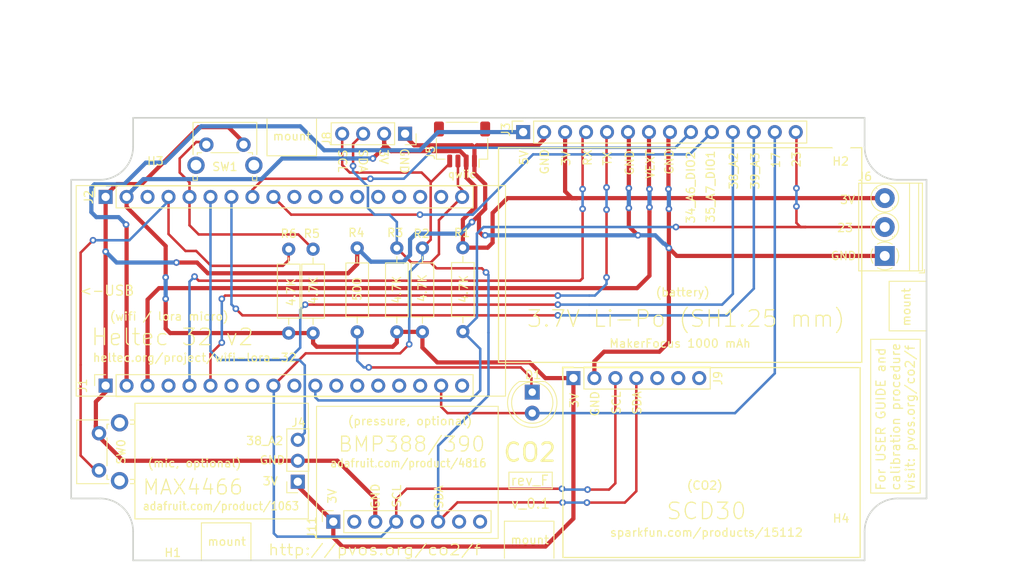
<source format=kicad_pcb>
(kicad_pcb (version 20171130) (host pcbnew 5.1.6-c6e7f7d~87~ubuntu18.04.1)

  (general
    (thickness 1.6)
    (drawings 128)
    (tracks 389)
    (zones 0)
    (modules 22)
    (nets 18)
  )

  (page A4)
  (layers
    (0 F.Cu signal)
    (31 B.Cu signal)
    (32 B.Adhes user)
    (33 F.Adhes user)
    (34 B.Paste user)
    (35 F.Paste user)
    (36 B.SilkS user)
    (37 F.SilkS user)
    (38 B.Mask user)
    (39 F.Mask user)
    (40 Dwgs.User user)
    (41 Cmts.User user)
    (42 Eco1.User user)
    (43 Eco2.User user)
    (44 Edge.Cuts user)
    (45 Margin user)
    (46 B.CrtYd user)
    (47 F.CrtYd user)
    (48 B.Fab user)
    (49 F.Fab user hide)
  )

  (setup
    (last_trace_width 0.3048)
    (user_trace_width 0.3048)
    (user_trace_width 0.4)
    (user_trace_width 0.508)
    (user_trace_width 0.8)
    (user_trace_width 0.85)
    (trace_clearance 0.2)
    (zone_clearance 0.508)
    (zone_45_only no)
    (trace_min 0.2)
    (via_size 0.8)
    (via_drill 0.4)
    (via_min_size 0.4)
    (via_min_drill 0.3)
    (uvia_size 0.3)
    (uvia_drill 0.1)
    (uvias_allowed no)
    (uvia_min_size 0.2)
    (uvia_min_drill 0.1)
    (edge_width 0.05)
    (segment_width 0.2)
    (pcb_text_width 0.3)
    (pcb_text_size 1.5 1.5)
    (mod_edge_width 0.12)
    (mod_text_size 1 1)
    (mod_text_width 0.15)
    (pad_size 1.524 1.524)
    (pad_drill 0.762)
    (pad_to_mask_clearance 0.05)
    (aux_axis_origin 0 0)
    (visible_elements FFFFFFFF)
    (pcbplotparams
      (layerselection 0x010fc_ffffffff)
      (usegerberextensions false)
      (usegerberattributes true)
      (usegerberadvancedattributes true)
      (creategerberjobfile true)
      (excludeedgelayer true)
      (linewidth 0.100000)
      (plotframeref false)
      (viasonmask false)
      (mode 1)
      (useauxorigin false)
      (hpglpennumber 1)
      (hpglpenspeed 20)
      (hpglpendiameter 15.000000)
      (psnegative false)
      (psa4output false)
      (plotreference true)
      (plotvalue true)
      (plotinvisibletext false)
      (padsonsilk false)
      (subtractmaskfromsilk false)
      (outputformat 1)
      (mirror false)
      (drillshape 0)
      (scaleselection 1)
      (outputdirectory "gerber/"))
  )

  (net 0 "")
  (net 1 +3V3)
  (net 2 GND)
  (net 3 SDA)
  (net 4 SCL)
  (net 5 TX)
  (net 6 RX)
  (net 7 38_A2)
  (net 8 37_A1)
  (net 9 36_A0)
  (net 10 "Net-(D1-Pad1)")
  (net 11 39_A3)
  (net 12 5V)
  (net 13 VEXT)
  (net 14 23)
  (net 15 17)
  (net 16 34_ADC6_DIO2)
  (net 17 35_ADC7_DIO1)

  (net_class Default "This is the default net class."
    (clearance 0.2)
    (trace_width 0.25)
    (via_dia 0.8)
    (via_drill 0.4)
    (uvia_dia 0.3)
    (uvia_drill 0.1)
    (add_net +3V3)
    (add_net 17)
    (add_net 23)
    (add_net 25_LED)
    (add_net 34_ADC6_DIO2)
    (add_net 35_ADC7_DIO1)
    (add_net 36_A0)
    (add_net 37_A1)
    (add_net 38_A2)
    (add_net 39_A3)
    (add_net 5V)
    (add_net GND)
    (add_net "Net-(D1-Pad1)")
    (add_net "Net-(J1-Pad10)")
    (add_net "Net-(J1-Pad12)")
    (add_net "Net-(J1-Pad13)")
    (add_net "Net-(J1-Pad14)")
    (add_net "Net-(J1-Pad15)")
    (add_net "Net-(J1-Pad16)")
    (add_net "Net-(J1-Pad18)")
    (add_net "Net-(J1-Pad4)")
    (add_net "Net-(J1-Pad8)")
    (add_net "Net-(J11-Pad2)")
    (add_net "Net-(J11-Pad5)")
    (add_net "Net-(J11-Pad7)")
    (add_net "Net-(J11-Pad8)")
    (add_net "Net-(J2-Pad10)")
    (add_net "Net-(J2-Pad11)")
    (add_net "Net-(J2-Pad13)")
    (add_net "Net-(J2-Pad14)")
    (add_net "Net-(J2-Pad15)")
    (add_net "Net-(J2-Pad16)")
    (add_net "Net-(J2-Pad17)")
    (add_net "Net-(J2-Pad3)")
    (add_net "Net-(J9-Pad5)")
    (add_net "Net-(J9-Pad6)")
    (add_net "Net-(J9-Pad7)")
    (add_net RST)
    (add_net RX)
    (add_net SCL)
    (add_net SDA)
    (add_net TX)
    (add_net VEXT)
  )

  (module TerminalBlock_Phoenix:TerminalBlock_Phoenix_PT-1,5-3-3.5-H_1x03_P3.50mm_Horizontal (layer F.Cu) (tedit 5B294F3F) (tstamp 5FF85D3C)
    (at 188.2 77.6 90)
    (descr "Terminal Block Phoenix PT-1,5-3-3.5-H, 3 pins, pitch 3.5mm, size 10.5x7.6mm^2, drill diamater 1.2mm, pad diameter 2.4mm, see , script-generated using https://github.com/pointhi/kicad-footprint-generator/scripts/TerminalBlock_Phoenix")
    (tags "THT Terminal Block Phoenix PT-1,5-3-3.5-H pitch 3.5mm size 10.5x7.6mm^2 drill 1.2mm pad 2.4mm")
    (path /601266D8)
    (fp_text reference J6 (at 9.6 -2.4 180) (layer F.SilkS)
      (effects (font (size 1 1) (thickness 0.15)))
    )
    (fp_text value Screw_Terminal_01x03 (at 3.5 5.56 90) (layer F.Fab)
      (effects (font (size 1 1) (thickness 0.15)))
    )
    (fp_text user %R (at 3.5 2.4 90) (layer F.Fab)
      (effects (font (size 1 1) (thickness 0.15)))
    )
    (fp_arc (start 0 0) (end -0.866 1.44) (angle -32) (layer F.SilkS) (width 0.12))
    (fp_arc (start 0 0) (end -1.44 -0.866) (angle -63) (layer F.SilkS) (width 0.12))
    (fp_arc (start 0 0) (end 0.866 -1.44) (angle -63) (layer F.SilkS) (width 0.12))
    (fp_arc (start 0 0) (end 1.425 0.891) (angle -64) (layer F.SilkS) (width 0.12))
    (fp_arc (start 0 0) (end 0 1.68) (angle -32) (layer F.SilkS) (width 0.12))
    (fp_circle (center 0 0) (end 1.5 0) (layer F.Fab) (width 0.1))
    (fp_circle (center 3.5 0) (end 5 0) (layer F.Fab) (width 0.1))
    (fp_circle (center 3.5 0) (end 5.18 0) (layer F.SilkS) (width 0.12))
    (fp_circle (center 7 0) (end 8.5 0) (layer F.Fab) (width 0.1))
    (fp_circle (center 7 0) (end 8.68 0) (layer F.SilkS) (width 0.12))
    (fp_line (start -1.75 -3.1) (end 8.75 -3.1) (layer F.Fab) (width 0.1))
    (fp_line (start 8.75 -3.1) (end 8.75 4.5) (layer F.Fab) (width 0.1))
    (fp_line (start 8.75 4.5) (end -1.35 4.5) (layer F.Fab) (width 0.1))
    (fp_line (start -1.35 4.5) (end -1.75 4.1) (layer F.Fab) (width 0.1))
    (fp_line (start -1.75 4.1) (end -1.75 -3.1) (layer F.Fab) (width 0.1))
    (fp_line (start -1.75 4.1) (end 8.75 4.1) (layer F.Fab) (width 0.1))
    (fp_line (start -1.81 4.1) (end 8.81 4.1) (layer F.SilkS) (width 0.12))
    (fp_line (start -1.75 3) (end 8.75 3) (layer F.Fab) (width 0.1))
    (fp_line (start -1.81 3) (end 8.81 3) (layer F.SilkS) (width 0.12))
    (fp_line (start -1.81 -3.16) (end 8.81 -3.16) (layer F.SilkS) (width 0.12))
    (fp_line (start -1.81 4.56) (end 8.81 4.56) (layer F.SilkS) (width 0.12))
    (fp_line (start -1.81 -3.16) (end -1.81 4.56) (layer F.SilkS) (width 0.12))
    (fp_line (start 8.81 -3.16) (end 8.81 4.56) (layer F.SilkS) (width 0.12))
    (fp_line (start 1.138 -0.955) (end -0.955 1.138) (layer F.Fab) (width 0.1))
    (fp_line (start 0.955 -1.138) (end -1.138 0.955) (layer F.Fab) (width 0.1))
    (fp_line (start 4.638 -0.955) (end 2.546 1.138) (layer F.Fab) (width 0.1))
    (fp_line (start 4.455 -1.138) (end 2.363 0.955) (layer F.Fab) (width 0.1))
    (fp_line (start 4.775 -1.069) (end 4.646 -0.941) (layer F.SilkS) (width 0.12))
    (fp_line (start 2.525 1.181) (end 2.431 1.274) (layer F.SilkS) (width 0.12))
    (fp_line (start 4.57 -1.275) (end 4.476 -1.181) (layer F.SilkS) (width 0.12))
    (fp_line (start 2.355 0.941) (end 2.226 1.069) (layer F.SilkS) (width 0.12))
    (fp_line (start 8.138 -0.955) (end 6.046 1.138) (layer F.Fab) (width 0.1))
    (fp_line (start 7.955 -1.138) (end 5.863 0.955) (layer F.Fab) (width 0.1))
    (fp_line (start 8.275 -1.069) (end 8.146 -0.941) (layer F.SilkS) (width 0.12))
    (fp_line (start 6.025 1.181) (end 5.931 1.274) (layer F.SilkS) (width 0.12))
    (fp_line (start 8.07 -1.275) (end 7.976 -1.181) (layer F.SilkS) (width 0.12))
    (fp_line (start 5.855 0.941) (end 5.726 1.069) (layer F.SilkS) (width 0.12))
    (fp_line (start -2.05 4.16) (end -2.05 4.8) (layer F.SilkS) (width 0.12))
    (fp_line (start -2.05 4.8) (end -1.65 4.8) (layer F.SilkS) (width 0.12))
    (fp_line (start -2.25 -3.6) (end -2.25 5) (layer F.CrtYd) (width 0.05))
    (fp_line (start -2.25 5) (end 9.25 5) (layer F.CrtYd) (width 0.05))
    (fp_line (start 9.25 5) (end 9.25 -3.6) (layer F.CrtYd) (width 0.05))
    (fp_line (start 9.25 -3.6) (end -2.25 -3.6) (layer F.CrtYd) (width 0.05))
    (pad 3 thru_hole circle (at 7 0 90) (size 2.4 2.4) (drill 1.2) (layers *.Cu *.Mask)
      (net 1 +3V3))
    (pad 2 thru_hole circle (at 3.5 0 90) (size 2.4 2.4) (drill 1.2) (layers *.Cu *.Mask)
      (net 14 23))
    (pad 1 thru_hole rect (at 0 0 90) (size 2.4 2.4) (drill 1.2) (layers *.Cu *.Mask)
      (net 2 GND))
    (model ${KISYS3DMOD}/TerminalBlock_Phoenix.3dshapes/TerminalBlock_Phoenix_PT-1,5-3-3.5-H_1x03_P3.50mm_Horizontal.wrl
      (at (xyz 0 0 0))
      (scale (xyz 1 1 1))
      (rotate (xyz 0 0 0))
    )
  )

  (module Resistor_THT:R_Axial_DIN0207_L6.3mm_D2.5mm_P10.16mm_Horizontal (layer F.Cu) (tedit 5AE5139B) (tstamp 5FF86F07)
    (at 137.1 76.6 270)
    (descr "Resistor, Axial_DIN0207 series, Axial, Horizontal, pin pitch=10.16mm, 0.25W = 1/4W, length*diameter=6.3*2.5mm^2, http://cdn-reichelt.de/documents/datenblatt/B400/1_4W%23YAG.pdf")
    (tags "Resistor Axial_DIN0207 series Axial Horizontal pin pitch 10.16mm 0.25W = 1/4W length 6.3mm diameter 2.5mm")
    (path /601290C7)
    (fp_text reference R1 (at -1.8 0.1 180) (layer F.SilkS)
      (effects (font (size 1 1) (thickness 0.15)))
    )
    (fp_text value R (at 5.08 2.37 90) (layer F.Fab)
      (effects (font (size 1 1) (thickness 0.15)))
    )
    (fp_text user %R (at 5.08 0 90) (layer F.Fab)
      (effects (font (size 1 1) (thickness 0.15)))
    )
    (fp_line (start 1.93 -1.25) (end 1.93 1.25) (layer F.Fab) (width 0.1))
    (fp_line (start 1.93 1.25) (end 8.23 1.25) (layer F.Fab) (width 0.1))
    (fp_line (start 8.23 1.25) (end 8.23 -1.25) (layer F.Fab) (width 0.1))
    (fp_line (start 8.23 -1.25) (end 1.93 -1.25) (layer F.Fab) (width 0.1))
    (fp_line (start 0 0) (end 1.93 0) (layer F.Fab) (width 0.1))
    (fp_line (start 10.16 0) (end 8.23 0) (layer F.Fab) (width 0.1))
    (fp_line (start 1.81 -1.37) (end 1.81 1.37) (layer F.SilkS) (width 0.12))
    (fp_line (start 1.81 1.37) (end 8.35 1.37) (layer F.SilkS) (width 0.12))
    (fp_line (start 8.35 1.37) (end 8.35 -1.37) (layer F.SilkS) (width 0.12))
    (fp_line (start 8.35 -1.37) (end 1.81 -1.37) (layer F.SilkS) (width 0.12))
    (fp_line (start 1.04 0) (end 1.81 0) (layer F.SilkS) (width 0.12))
    (fp_line (start 9.12 0) (end 8.35 0) (layer F.SilkS) (width 0.12))
    (fp_line (start -1.05 -1.5) (end -1.05 1.5) (layer F.CrtYd) (width 0.05))
    (fp_line (start -1.05 1.5) (end 11.21 1.5) (layer F.CrtYd) (width 0.05))
    (fp_line (start 11.21 1.5) (end 11.21 -1.5) (layer F.CrtYd) (width 0.05))
    (fp_line (start 11.21 -1.5) (end -1.05 -1.5) (layer F.CrtYd) (width 0.05))
    (pad 2 thru_hole oval (at 10.16 0 270) (size 1.6 1.6) (drill 0.8) (layers *.Cu *.Mask)
      (net 14 23))
    (pad 1 thru_hole circle (at 0 0 270) (size 1.6 1.6) (drill 0.8) (layers *.Cu *.Mask)
      (net 1 +3V3))
    (model ${KISYS3DMOD}/Resistor_THT.3dshapes/R_Axial_DIN0207_L6.3mm_D2.5mm_P10.16mm_Horizontal.wrl
      (at (xyz 0 0 0))
      (scale (xyz 1 1 1))
      (rotate (xyz 0 0 0))
    )
  )

  (module Connector_PinSocket_2.54mm:PinSocket_1x04_P2.54mm_Vertical (layer F.Cu) (tedit 5A19A429) (tstamp 5FF7D00F)
    (at 130.1 62.8 270)
    (descr "Through hole straight socket strip, 1x04, 2.54mm pitch, single row (from Kicad 4.0.7), script generated")
    (tags "Through hole socket strip THT 1x04 2.54mm single row")
    (path /60000D99)
    (fp_text reference J8 (at 0.6 9.5 270) (layer F.SilkS)
      (effects (font (size 1 1) (thickness 0.15)))
    )
    (fp_text value Conn_01x04_Female (at -2.8 3.4 180) (layer F.Fab)
      (effects (font (size 1 1) (thickness 0.15)))
    )
    (fp_line (start -1.8 9.4) (end -1.8 -1.8) (layer F.CrtYd) (width 0.05))
    (fp_line (start 1.75 9.4) (end -1.8 9.4) (layer F.CrtYd) (width 0.05))
    (fp_line (start 1.75 -1.8) (end 1.75 9.4) (layer F.CrtYd) (width 0.05))
    (fp_line (start -1.8 -1.8) (end 1.75 -1.8) (layer F.CrtYd) (width 0.05))
    (fp_line (start 0 -1.33) (end 1.33 -1.33) (layer F.SilkS) (width 0.12))
    (fp_line (start 1.33 -1.33) (end 1.33 0) (layer F.SilkS) (width 0.12))
    (fp_line (start 1.33 1.27) (end 1.33 8.95) (layer F.SilkS) (width 0.12))
    (fp_line (start -1.33 8.95) (end 1.33 8.95) (layer F.SilkS) (width 0.12))
    (fp_line (start -1.33 1.27) (end -1.33 8.95) (layer F.SilkS) (width 0.12))
    (fp_line (start -1.33 1.27) (end 1.33 1.27) (layer F.SilkS) (width 0.12))
    (fp_line (start -1.27 8.89) (end -1.27 -1.27) (layer F.Fab) (width 0.1))
    (fp_line (start 1.27 8.89) (end -1.27 8.89) (layer F.Fab) (width 0.1))
    (fp_line (start 1.27 -0.635) (end 1.27 8.89) (layer F.Fab) (width 0.1))
    (fp_line (start 0.635 -1.27) (end 1.27 -0.635) (layer F.Fab) (width 0.1))
    (fp_line (start -1.27 -1.27) (end 0.635 -1.27) (layer F.Fab) (width 0.1))
    (fp_text user %R (at 0 3.81) (layer F.Fab)
      (effects (font (size 1 1) (thickness 0.15)))
    )
    (pad 1 thru_hole rect (at 0 0 270) (size 1.7 1.7) (drill 1) (layers *.Cu *.Mask)
      (net 2 GND))
    (pad 2 thru_hole oval (at 0 2.54 270) (size 1.7 1.7) (drill 1) (layers *.Cu *.Mask)
      (net 1 +3V3))
    (pad 3 thru_hole oval (at 0 5.08 270) (size 1.7 1.7) (drill 1) (layers *.Cu *.Mask)
      (net 3 SDA))
    (pad 4 thru_hole oval (at 0 7.62 270) (size 1.7 1.7) (drill 1) (layers *.Cu *.Mask)
      (net 4 SCL))
    (model ${KISYS3DMOD}/Connector_PinSocket_2.54mm.3dshapes/PinSocket_1x04_P2.54mm_Vertical.wrl
      (at (xyz 0 0 0))
      (scale (xyz 1 1 1))
      (rotate (xyz 0 0 0))
    )
  )

  (module Connector_PinSocket_2.54mm:PinSocket_1x14_P2.54mm_Vertical (layer F.Cu) (tedit 5A19A434) (tstamp 5FF7CF97)
    (at 144.4 62.6 90)
    (descr "Through hole straight socket strip, 1x14, 2.54mm pitch, single row (from Kicad 4.0.7), script generated")
    (tags "Through hole socket strip THT 1x14 2.54mm single row")
    (path /6003FCAE)
    (fp_text reference J3 (at 0.3 -2.1 90) (layer F.SilkS)
      (effects (font (size 1 1) (thickness 0.15)))
    )
    (fp_text value Conn_01x14_Female (at -2.8 11.2 180) (layer F.Fab)
      (effects (font (size 1 1) (thickness 0.15)))
    )
    (fp_line (start -1.8 34.8) (end -1.8 -1.8) (layer F.CrtYd) (width 0.05))
    (fp_line (start 1.75 34.8) (end -1.8 34.8) (layer F.CrtYd) (width 0.05))
    (fp_line (start 1.75 -1.8) (end 1.75 34.8) (layer F.CrtYd) (width 0.05))
    (fp_line (start -1.8 -1.8) (end 1.75 -1.8) (layer F.CrtYd) (width 0.05))
    (fp_line (start 0 -1.33) (end 1.33 -1.33) (layer F.SilkS) (width 0.12))
    (fp_line (start 1.33 -1.33) (end 1.33 0) (layer F.SilkS) (width 0.12))
    (fp_line (start 1.33 1.27) (end 1.33 34.35) (layer F.SilkS) (width 0.12))
    (fp_line (start -1.33 34.35) (end 1.33 34.35) (layer F.SilkS) (width 0.12))
    (fp_line (start -1.33 1.27) (end -1.33 34.35) (layer F.SilkS) (width 0.12))
    (fp_line (start -1.33 1.27) (end 1.33 1.27) (layer F.SilkS) (width 0.12))
    (fp_line (start -1.27 34.29) (end -1.27 -1.27) (layer F.Fab) (width 0.1))
    (fp_line (start 1.27 34.29) (end -1.27 34.29) (layer F.Fab) (width 0.1))
    (fp_line (start 1.27 -0.635) (end 1.27 34.29) (layer F.Fab) (width 0.1))
    (fp_line (start 0.635 -1.27) (end 1.27 -0.635) (layer F.Fab) (width 0.1))
    (fp_line (start -1.27 -1.27) (end 0.635 -1.27) (layer F.Fab) (width 0.1))
    (fp_text user %R (at 0 16.51) (layer F.Fab)
      (effects (font (size 1 1) (thickness 0.15)))
    )
    (pad 1 thru_hole rect (at 0 0 90) (size 1.7 1.7) (drill 1) (layers *.Cu *.Mask)
      (net 12 5V))
    (pad 2 thru_hole oval (at 0 2.54 90) (size 1.7 1.7) (drill 1) (layers *.Cu *.Mask)
      (net 2 GND))
    (pad 3 thru_hole oval (at 0 5.08 90) (size 1.7 1.7) (drill 1) (layers *.Cu *.Mask)
      (net 1 +3V3))
    (pad 4 thru_hole oval (at 0 7.62 90) (size 1.7 1.7) (drill 1) (layers *.Cu *.Mask)
      (net 6 RX))
    (pad 5 thru_hole oval (at 0 10.16 90) (size 1.7 1.7) (drill 1) (layers *.Cu *.Mask)
      (net 5 TX))
    (pad 6 thru_hole oval (at 0 12.7 90) (size 1.7 1.7) (drill 1) (layers *.Cu *.Mask)
      (net 2 GND))
    (pad 7 thru_hole oval (at 0 15.24 90) (size 1.7 1.7) (drill 1) (layers *.Cu *.Mask)
      (net 13 VEXT))
    (pad 8 thru_hole oval (at 0 17.78 90) (size 1.7 1.7) (drill 1) (layers *.Cu *.Mask)
      (net 2 GND))
    (pad 9 thru_hole oval (at 0 20.32 90) (size 1.7 1.7) (drill 1) (layers *.Cu *.Mask)
      (net 16 34_ADC6_DIO2))
    (pad 10 thru_hole oval (at 0 22.86 90) (size 1.7 1.7) (drill 1) (layers *.Cu *.Mask)
      (net 17 35_ADC7_DIO1))
    (pad 11 thru_hole oval (at 0 25.4 90) (size 1.7 1.7) (drill 1) (layers *.Cu *.Mask)
      (net 7 38_A2))
    (pad 12 thru_hole oval (at 0 27.94 90) (size 1.7 1.7) (drill 1) (layers *.Cu *.Mask)
      (net 11 39_A3))
    (pad 13 thru_hole oval (at 0 30.48 90) (size 1.7 1.7) (drill 1) (layers *.Cu *.Mask)
      (net 15 17))
    (pad 14 thru_hole oval (at 0 33.02 90) (size 1.7 1.7) (drill 1) (layers *.Cu *.Mask)
      (net 14 23))
    (model ${KISYS3DMOD}/Connector_PinSocket_2.54mm.3dshapes/PinSocket_1x14_P2.54mm_Vertical.wrl
      (at (xyz 0 0 0))
      (scale (xyz 1 1 1))
      (rotate (xyz 0 0 0))
    )
  )

  (module Connector_PinSocket_2.54mm:PinSocket_1x18_P2.54mm_Vertical (layer F.Cu) (tedit 5A19A434) (tstamp 5FD5C073)
    (at 93.828 70.452 90)
    (descr "Through hole straight socket strip, 1x18, 2.54mm pitch, single row (from Kicad 4.0.7), script generated")
    (tags "Through hole socket strip THT 1x18 2.54mm single row")
    (path /5FB65139)
    (fp_text reference J2 (at -0.023 -2.053 90) (layer F.SilkS)
      (effects (font (size 1 1) (thickness 0.15)))
    )
    (fp_text value Conn_01x18_Female (at -2.948 5.572 180) (layer F.Fab)
      (effects (font (size 1 1) (thickness 0.15)))
    )
    (fp_text user %R (at 0 21.59) (layer F.Fab)
      (effects (font (size 1 1) (thickness 0.15)))
    )
    (fp_line (start -1.27 -1.27) (end 0.635 -1.27) (layer F.Fab) (width 0.1))
    (fp_line (start 0.635 -1.27) (end 1.27 -0.635) (layer F.Fab) (width 0.1))
    (fp_line (start 1.27 -0.635) (end 1.27 44.45) (layer F.Fab) (width 0.1))
    (fp_line (start 1.27 44.45) (end -1.27 44.45) (layer F.Fab) (width 0.1))
    (fp_line (start -1.27 44.45) (end -1.27 -1.27) (layer F.Fab) (width 0.1))
    (fp_line (start -1.33 1.27) (end 1.33 1.27) (layer F.SilkS) (width 0.12))
    (fp_line (start -1.33 1.27) (end -1.33 44.51) (layer F.SilkS) (width 0.12))
    (fp_line (start -1.33 44.51) (end 1.33 44.51) (layer F.SilkS) (width 0.12))
    (fp_line (start 1.33 1.27) (end 1.33 44.51) (layer F.SilkS) (width 0.12))
    (fp_line (start 1.33 -1.33) (end 1.33 0) (layer F.SilkS) (width 0.12))
    (fp_line (start 0 -1.33) (end 1.33 -1.33) (layer F.SilkS) (width 0.12))
    (fp_line (start -1.8 -1.8) (end 1.75 -1.8) (layer F.CrtYd) (width 0.05))
    (fp_line (start 1.75 -1.8) (end 1.75 44.95) (layer F.CrtYd) (width 0.05))
    (fp_line (start 1.75 44.95) (end -1.8 44.95) (layer F.CrtYd) (width 0.05))
    (fp_line (start -1.8 44.95) (end -1.8 -1.8) (layer F.CrtYd) (width 0.05))
    (pad 1 thru_hole rect (at 0 0 90) (size 1.7 1.7) (drill 1) (layers *.Cu *.Mask)
      (net 2 GND))
    (pad 2 thru_hole oval (at 0 2.54 90) (size 1.7 1.7) (drill 1) (layers *.Cu *.Mask)
      (net 1 +3V3))
    (pad 3 thru_hole oval (at 0 5.08 90) (size 1.7 1.7) (drill 1) (layers *.Cu *.Mask))
    (pad 4 thru_hole oval (at 0 7.62 90) (size 1.7 1.7) (drill 1) (layers *.Cu *.Mask)
      (net 9 36_A0))
    (pad 5 thru_hole oval (at 0 10.16 90) (size 1.7 1.7) (drill 1) (layers *.Cu *.Mask)
      (net 8 37_A1))
    (pad 6 thru_hole oval (at 0 12.7 90) (size 1.7 1.7) (drill 1) (layers *.Cu *.Mask)
      (net 7 38_A2))
    (pad 7 thru_hole oval (at 0 15.24 90) (size 1.7 1.7) (drill 1) (layers *.Cu *.Mask)
      (net 11 39_A3))
    (pad 8 thru_hole oval (at 0 17.78 90) (size 1.7 1.7) (drill 1) (layers *.Cu *.Mask)
      (net 16 34_ADC6_DIO2))
    (pad 9 thru_hole oval (at 0 20.32 90) (size 1.7 1.7) (drill 1) (layers *.Cu *.Mask)
      (net 17 35_ADC7_DIO1))
    (pad 10 thru_hole oval (at 0 22.86 90) (size 1.7 1.7) (drill 1) (layers *.Cu *.Mask))
    (pad 11 thru_hole oval (at 0 25.4 90) (size 1.7 1.7) (drill 1) (layers *.Cu *.Mask))
    (pad 12 thru_hole oval (at 0 27.94 90) (size 1.7 1.7) (drill 1) (layers *.Cu *.Mask))
    (pad 13 thru_hole oval (at 0 30.48 90) (size 1.7 1.7) (drill 1) (layers *.Cu *.Mask))
    (pad 14 thru_hole oval (at 0 33.02 90) (size 1.7 1.7) (drill 1) (layers *.Cu *.Mask))
    (pad 15 thru_hole oval (at 0 35.56 90) (size 1.7 1.7) (drill 1) (layers *.Cu *.Mask))
    (pad 16 thru_hole oval (at 0 38.1 90) (size 1.7 1.7) (drill 1) (layers *.Cu *.Mask))
    (pad 17 thru_hole oval (at 0 40.64 90) (size 1.7 1.7) (drill 1) (layers *.Cu *.Mask))
    (pad 18 thru_hole oval (at 0 43.18 90) (size 1.7 1.7) (drill 1) (layers *.Cu *.Mask)
      (net 3 SDA))
    (model ${KISYS3DMOD}/Connector_PinSocket_2.54mm.3dshapes/PinSocket_1x18_P2.54mm_Vertical.wrl
      (at (xyz 0 0 0))
      (scale (xyz 1 1 1))
      (rotate (xyz 0 0 0))
    )
  )

  (module Button_Switch_THT:SW_Tactile_SPST_Angled_PTS645Vx58-2LFS (layer F.Cu) (tedit 5A02FE31) (tstamp 5FD6F212)
    (at 93.025 103.575 90)
    (descr "tactile switch SPST right angle, PTS645VL58-2 LFS")
    (tags "tactile switch SPST angled PTS645VL58-2 LFS C&K Button")
    (path /5FDC768B)
    (fp_text reference SW0 (at 2.25 2.68 90) (layer F.SilkS)
      (effects (font (size 1 1) (thickness 0.15)))
    )
    (fp_text value SW_Push (at 2.25 5.38988 90) (layer F.Fab)
      (effects (font (size 1 1) (thickness 0.15)))
    )
    (fp_text user %R (at 2.25 1.68 90) (layer F.Fab)
      (effects (font (size 1 1) (thickness 0.15)))
    )
    (fp_line (start 0.55 0.97) (end 3.95 0.97) (layer F.SilkS) (width 0.12))
    (fp_line (start -1.09 0.97) (end -0.55 0.97) (layer F.SilkS) (width 0.12))
    (fp_line (start 6.11 3.8) (end 6.11 4.31) (layer F.SilkS) (width 0.12))
    (fp_line (start 5.59 4.31) (end 6.11 4.31) (layer F.SilkS) (width 0.12))
    (fp_line (start 5.59 3.8) (end 5.59 4.31) (layer F.SilkS) (width 0.12))
    (fp_line (start 5.05 0.97) (end 5.59 0.97) (layer F.SilkS) (width 0.12))
    (fp_line (start -1.61 3.8) (end -1.61 4.31) (layer F.SilkS) (width 0.12))
    (fp_line (start -1.09 3.8) (end -1.09 4.31) (layer F.SilkS) (width 0.12))
    (fp_line (start 5.59 0.97) (end 5.59 1.2) (layer F.SilkS) (width 0.12))
    (fp_line (start -1.2 4.2) (end -1.2 0.86) (layer F.Fab) (width 0.1))
    (fp_line (start 5.7 4.2) (end 6 4.2) (layer F.Fab) (width 0.1))
    (fp_line (start -1.5 4.2) (end -1.5 -2.59) (layer F.Fab) (width 0.1))
    (fp_line (start -1.5 -2.59) (end 6 -2.59) (layer F.Fab) (width 0.1))
    (fp_line (start -1.61 -2.7) (end -1.61 1.2) (layer F.SilkS) (width 0.12))
    (fp_line (start -1.61 4.31) (end -1.09 4.31) (layer F.SilkS) (width 0.12))
    (fp_line (start 6.11 -2.7) (end 6.11 1.2) (layer F.SilkS) (width 0.12))
    (fp_line (start -1.61 -2.7) (end 6.11 -2.7) (layer F.SilkS) (width 0.12))
    (fp_line (start -2.5 4.45) (end -2.5 -2.8) (layer F.CrtYd) (width 0.05))
    (fp_line (start 7.05 4.45) (end -2.5 4.45) (layer F.CrtYd) (width 0.05))
    (fp_line (start 7.05 -2.8) (end 7.05 4.45) (layer F.CrtYd) (width 0.05))
    (fp_line (start -2.5 -2.8) (end 7.05 -2.8) (layer F.CrtYd) (width 0.05))
    (fp_line (start 6 4.2) (end 6 -2.59) (layer F.Fab) (width 0.1))
    (fp_line (start -1.2 0.86) (end 5.7 0.86) (layer F.Fab) (width 0.1))
    (fp_line (start -1.5 4.2) (end -1.2 4.2) (layer F.Fab) (width 0.1))
    (fp_line (start 5.7 4.2) (end 5.7 0.86) (layer F.Fab) (width 0.1))
    (fp_line (start -1.09 0.97) (end -1.09 1.2) (layer F.SilkS) (width 0.12))
    (fp_line (start 0.5 -5.85) (end 4 -5.85) (layer F.Fab) (width 0.1))
    (fp_line (start 4 -5.85) (end 4 -2.59) (layer F.Fab) (width 0.1))
    (fp_line (start 0.5 -5.85) (end 0.5 -2.59) (layer F.Fab) (width 0.1))
    (pad "" thru_hole circle (at 5.76 2.49 90) (size 2.1 2.1) (drill 1.3) (layers *.Cu *.Mask))
    (pad 2 thru_hole circle (at 4.5 0 90) (size 1.75 1.75) (drill 0.99) (layers *.Cu *.Mask)
      (net 2 GND))
    (pad 1 thru_hole circle (at 0 0 90) (size 1.75 1.75) (drill 0.99) (layers *.Cu *.Mask)
      (net 9 36_A0))
    (pad "" thru_hole circle (at -1.25 2.49 90) (size 2.1 2.1) (drill 1.3) (layers *.Cu *.Mask))
    (model ${KISYS3DMOD}/Button_Switch_THT.3dshapes/SW_Tactile_SPST_Angled_PTS645Vx58-2LFS.wrl
      (at (xyz 0 0 0))
      (scale (xyz 1 1 1))
      (rotate (xyz 0 0 0))
    )
  )

  (module Button_Switch_THT:SW_Tactile_SPST_Angled_PTS645Vx58-2LFS (layer F.Cu) (tedit 5A02FE31) (tstamp 5FD6F1EC)
    (at 106.025 64.125)
    (descr "tactile switch SPST right angle, PTS645VL58-2 LFS")
    (tags "tactile switch SPST angled PTS645VL58-2 LFS C&K Button")
    (path /5FDA65F7)
    (fp_text reference SW1 (at 2.25 2.68) (layer F.SilkS)
      (effects (font (size 1 1) (thickness 0.15)))
    )
    (fp_text value SW_Push (at 2.25 5.38988) (layer F.Fab)
      (effects (font (size 1 1) (thickness 0.15)))
    )
    (fp_line (start 0.5 -5.85) (end 0.5 -2.59) (layer F.Fab) (width 0.1))
    (fp_line (start 4 -5.85) (end 4 -2.59) (layer F.Fab) (width 0.1))
    (fp_line (start 0.5 -5.85) (end 4 -5.85) (layer F.Fab) (width 0.1))
    (fp_line (start -1.09 0.97) (end -1.09 1.2) (layer F.SilkS) (width 0.12))
    (fp_line (start 5.7 4.2) (end 5.7 0.86) (layer F.Fab) (width 0.1))
    (fp_line (start -1.5 4.2) (end -1.2 4.2) (layer F.Fab) (width 0.1))
    (fp_line (start -1.2 0.86) (end 5.7 0.86) (layer F.Fab) (width 0.1))
    (fp_line (start 6 4.2) (end 6 -2.59) (layer F.Fab) (width 0.1))
    (fp_line (start -2.5 -2.8) (end 7.05 -2.8) (layer F.CrtYd) (width 0.05))
    (fp_line (start 7.05 -2.8) (end 7.05 4.45) (layer F.CrtYd) (width 0.05))
    (fp_line (start 7.05 4.45) (end -2.5 4.45) (layer F.CrtYd) (width 0.05))
    (fp_line (start -2.5 4.45) (end -2.5 -2.8) (layer F.CrtYd) (width 0.05))
    (fp_line (start -1.61 -2.7) (end 6.11 -2.7) (layer F.SilkS) (width 0.12))
    (fp_line (start 6.11 -2.7) (end 6.11 1.2) (layer F.SilkS) (width 0.12))
    (fp_line (start -1.61 4.31) (end -1.09 4.31) (layer F.SilkS) (width 0.12))
    (fp_line (start -1.61 -2.7) (end -1.61 1.2) (layer F.SilkS) (width 0.12))
    (fp_line (start -1.5 -2.59) (end 6 -2.59) (layer F.Fab) (width 0.1))
    (fp_line (start -1.5 4.2) (end -1.5 -2.59) (layer F.Fab) (width 0.1))
    (fp_line (start 5.7 4.2) (end 6 4.2) (layer F.Fab) (width 0.1))
    (fp_line (start -1.2 4.2) (end -1.2 0.86) (layer F.Fab) (width 0.1))
    (fp_line (start 5.59 0.97) (end 5.59 1.2) (layer F.SilkS) (width 0.12))
    (fp_line (start -1.09 3.8) (end -1.09 4.31) (layer F.SilkS) (width 0.12))
    (fp_line (start -1.61 3.8) (end -1.61 4.31) (layer F.SilkS) (width 0.12))
    (fp_line (start 5.05 0.97) (end 5.59 0.97) (layer F.SilkS) (width 0.12))
    (fp_line (start 5.59 3.8) (end 5.59 4.31) (layer F.SilkS) (width 0.12))
    (fp_line (start 5.59 4.31) (end 6.11 4.31) (layer F.SilkS) (width 0.12))
    (fp_line (start 6.11 3.8) (end 6.11 4.31) (layer F.SilkS) (width 0.12))
    (fp_line (start -1.09 0.97) (end -0.55 0.97) (layer F.SilkS) (width 0.12))
    (fp_line (start 0.55 0.97) (end 3.95 0.97) (layer F.SilkS) (width 0.12))
    (fp_text user %R (at 2.25 1.68) (layer F.Fab)
      (effects (font (size 1 1) (thickness 0.15)))
    )
    (pad "" thru_hole circle (at -1.25 2.49) (size 2.1 2.1) (drill 1.3) (layers *.Cu *.Mask))
    (pad 1 thru_hole circle (at 0 0) (size 1.75 1.75) (drill 0.99) (layers *.Cu *.Mask)
      (net 8 37_A1))
    (pad 2 thru_hole circle (at 4.5 0) (size 1.75 1.75) (drill 0.99) (layers *.Cu *.Mask)
      (net 2 GND))
    (pad "" thru_hole circle (at 5.76 2.49) (size 2.1 2.1) (drill 1.3) (layers *.Cu *.Mask))
    (model ${KISYS3DMOD}/Button_Switch_THT.3dshapes/SW_Tactile_SPST_Angled_PTS645Vx58-2LFS.wrl
      (at (xyz 0 0 0))
      (scale (xyz 1 1 1))
      (rotate (xyz 0 0 0))
    )
  )

  (module Connector_JST:JST_SH_SM04B-SRSS-TB_1x04-1MP_P1.00mm_Horizontal (layer F.Cu) (tedit 5B78AD87) (tstamp 5FF90240)
    (at 137 64.1 180)
    (descr "JST SH series connector, SM04B-SRSS-TB (http://www.jst-mfg.com/product/pdf/eng/eSH.pdf), generated with kicad-footprint-generator")
    (tags "connector JST SH top entry")
    (path /5FE6A2E6)
    (attr smd)
    (fp_text reference J5 (at 3.8 -1 90) (layer F.SilkS)
      (effects (font (size 1 1) (thickness 0.15)))
    )
    (fp_text value Conn_01x04_Female (at -0.6 -3.6) (layer F.Fab)
      (effects (font (size 1 1) (thickness 0.15)))
    )
    (fp_text user %R (at 0 0) (layer F.Fab)
      (effects (font (size 1 1) (thickness 0.15)))
    )
    (fp_line (start -3 -1.675) (end 3 -1.675) (layer F.Fab) (width 0.1))
    (fp_line (start -3.11 0.715) (end -3.11 -1.785) (layer F.SilkS) (width 0.12))
    (fp_line (start -3.11 -1.785) (end -2.06 -1.785) (layer F.SilkS) (width 0.12))
    (fp_line (start -2.06 -1.785) (end -2.06 -2.775) (layer F.SilkS) (width 0.12))
    (fp_line (start 3.11 0.715) (end 3.11 -1.785) (layer F.SilkS) (width 0.12))
    (fp_line (start 3.11 -1.785) (end 2.06 -1.785) (layer F.SilkS) (width 0.12))
    (fp_line (start -1.94 2.685) (end 1.94 2.685) (layer F.SilkS) (width 0.12))
    (fp_line (start -3 2.575) (end 3 2.575) (layer F.Fab) (width 0.1))
    (fp_line (start -3 -1.675) (end -3 2.575) (layer F.Fab) (width 0.1))
    (fp_line (start 3 -1.675) (end 3 2.575) (layer F.Fab) (width 0.1))
    (fp_line (start -3.9 -3.28) (end -3.9 3.28) (layer F.CrtYd) (width 0.05))
    (fp_line (start -3.9 3.28) (end 3.9 3.28) (layer F.CrtYd) (width 0.05))
    (fp_line (start 3.9 3.28) (end 3.9 -3.28) (layer F.CrtYd) (width 0.05))
    (fp_line (start 3.9 -3.28) (end -3.9 -3.28) (layer F.CrtYd) (width 0.05))
    (fp_line (start -2 -1.675) (end -1.5 -0.967893) (layer F.Fab) (width 0.1))
    (fp_line (start -1.5 -0.967893) (end -1 -1.675) (layer F.Fab) (width 0.1))
    (pad 1 smd roundrect (at -1.5 -2 180) (size 0.6 1.55) (layers F.Cu F.Paste F.Mask) (roundrect_rratio 0.25)
      (net 2 GND))
    (pad 2 smd roundrect (at -0.5 -2 180) (size 0.6 1.55) (layers F.Cu F.Paste F.Mask) (roundrect_rratio 0.25)
      (net 1 +3V3))
    (pad 3 smd roundrect (at 0.5 -2 180) (size 0.6 1.55) (layers F.Cu F.Paste F.Mask) (roundrect_rratio 0.25)
      (net 3 SDA))
    (pad 4 smd roundrect (at 1.5 -2 180) (size 0.6 1.55) (layers F.Cu F.Paste F.Mask) (roundrect_rratio 0.25)
      (net 4 SCL))
    (pad MP smd roundrect (at -2.8 1.875 180) (size 1.2 1.8) (layers F.Cu F.Paste F.Mask) (roundrect_rratio 0.208333))
    (pad MP smd roundrect (at 2.8 1.875 180) (size 1.2 1.8) (layers F.Cu F.Paste F.Mask) (roundrect_rratio 0.208333))
    (model ${KISYS3DMOD}/Connector_JST.3dshapes/JST_SH_SM04B-SRSS-TB_1x04-1MP_P1.00mm_Horizontal.wrl
      (at (xyz 0 0 0))
      (scale (xyz 1 1 1))
      (rotate (xyz 0 0 0))
    )
  )

  (module Resistor_THT:R_Axial_DIN0207_L6.3mm_D2.5mm_P10.16mm_Horizontal (layer F.Cu) (tedit 5AE5139B) (tstamp 5FF81CA2)
    (at 124.3 86.8 90)
    (descr "Resistor, Axial_DIN0207 series, Axial, Horizontal, pin pitch=10.16mm, 0.25W = 1/4W, length*diameter=6.3*2.5mm^2, http://cdn-reichelt.de/documents/datenblatt/B400/1_4W%23YAG.pdf")
    (tags "Resistor Axial_DIN0207 series Axial Horizontal pin pitch 10.16mm 0.25W = 1/4W length 6.3mm diameter 2.5mm")
    (path /5FE7DEE6)
    (fp_text reference R4 (at 12 -0.1 180) (layer F.SilkS)
      (effects (font (size 1 1) (thickness 0.15)))
    )
    (fp_text value 500R (at 5.08 2.37 90) (layer F.Fab)
      (effects (font (size 1 1) (thickness 0.15)))
    )
    (fp_line (start 11.21 -1.5) (end -1.05 -1.5) (layer F.CrtYd) (width 0.05))
    (fp_line (start 11.21 1.5) (end 11.21 -1.5) (layer F.CrtYd) (width 0.05))
    (fp_line (start -1.05 1.5) (end 11.21 1.5) (layer F.CrtYd) (width 0.05))
    (fp_line (start -1.05 -1.5) (end -1.05 1.5) (layer F.CrtYd) (width 0.05))
    (fp_line (start 9.12 0) (end 8.35 0) (layer F.SilkS) (width 0.12))
    (fp_line (start 1.04 0) (end 1.81 0) (layer F.SilkS) (width 0.12))
    (fp_line (start 8.35 -1.37) (end 1.81 -1.37) (layer F.SilkS) (width 0.12))
    (fp_line (start 8.35 1.37) (end 8.35 -1.37) (layer F.SilkS) (width 0.12))
    (fp_line (start 1.81 1.37) (end 8.35 1.37) (layer F.SilkS) (width 0.12))
    (fp_line (start 1.81 -1.37) (end 1.81 1.37) (layer F.SilkS) (width 0.12))
    (fp_line (start 10.16 0) (end 8.23 0) (layer F.Fab) (width 0.1))
    (fp_line (start 0 0) (end 1.93 0) (layer F.Fab) (width 0.1))
    (fp_line (start 8.23 -1.25) (end 1.93 -1.25) (layer F.Fab) (width 0.1))
    (fp_line (start 8.23 1.25) (end 8.23 -1.25) (layer F.Fab) (width 0.1))
    (fp_line (start 1.93 1.25) (end 8.23 1.25) (layer F.Fab) (width 0.1))
    (fp_line (start 1.93 -1.25) (end 1.93 1.25) (layer F.Fab) (width 0.1))
    (fp_text user %R (at 5.08 0 90) (layer F.Fab)
      (effects (font (size 1 1) (thickness 0.15)))
    )
    (pad 2 thru_hole oval (at 10.16 0 90) (size 1.6 1.6) (drill 0.8) (layers *.Cu *.Mask)
      (net 2 GND))
    (pad 1 thru_hole circle (at 0 0 90) (size 1.6 1.6) (drill 0.8) (layers *.Cu *.Mask)
      (net 10 "Net-(D1-Pad1)"))
    (model ${KISYS3DMOD}/Resistor_THT.3dshapes/R_Axial_DIN0207_L6.3mm_D2.5mm_P10.16mm_Horizontal.wrl
      (at (xyz 0 0 0))
      (scale (xyz 1 1 1))
      (rotate (xyz 0 0 0))
    )
  )

  (module LED_THT:LED_D5.0mm (layer F.Cu) (tedit 5995936A) (tstamp 5FF81CDF)
    (at 145.5 94.1 270)
    (descr "LED, diameter 5.0mm, 2 pins, http://cdn-reichelt.de/documents/datenblatt/A500/LL-504BC2E-009.pdf")
    (tags "LED diameter 5.0mm 2 pins")
    (path /5FE7DEFB)
    (fp_text reference D1 (at -2.1 -0.1 180) (layer F.SilkS)
      (effects (font (size 1 1) (thickness 0.15)))
    )
    (fp_text value LED (at 1.27 3.96 90) (layer F.Fab)
      (effects (font (size 1 1) (thickness 0.15)))
    )
    (fp_line (start 4.5 -3.25) (end -1.95 -3.25) (layer F.CrtYd) (width 0.05))
    (fp_line (start 4.5 3.25) (end 4.5 -3.25) (layer F.CrtYd) (width 0.05))
    (fp_line (start -1.95 3.25) (end 4.5 3.25) (layer F.CrtYd) (width 0.05))
    (fp_line (start -1.95 -3.25) (end -1.95 3.25) (layer F.CrtYd) (width 0.05))
    (fp_line (start -1.29 -1.545) (end -1.29 1.545) (layer F.SilkS) (width 0.12))
    (fp_line (start -1.23 -1.469694) (end -1.23 1.469694) (layer F.Fab) (width 0.1))
    (fp_circle (center 1.27 0) (end 3.77 0) (layer F.SilkS) (width 0.12))
    (fp_circle (center 1.27 0) (end 3.77 0) (layer F.Fab) (width 0.1))
    (fp_text user %R (at 1.25 0 90) (layer F.Fab)
      (effects (font (size 0.8 0.8) (thickness 0.2)))
    )
    (fp_arc (start 1.27 0) (end -1.29 1.54483) (angle -148.9) (layer F.SilkS) (width 0.12))
    (fp_arc (start 1.27 0) (end -1.29 -1.54483) (angle 148.9) (layer F.SilkS) (width 0.12))
    (fp_arc (start 1.27 0) (end -1.23 -1.469694) (angle 299.1) (layer F.Fab) (width 0.1))
    (pad 2 thru_hole circle (at 2.54 0 270) (size 1.8 1.8) (drill 0.9) (layers *.Cu *.Mask)
      (net 15 17))
    (pad 1 thru_hole rect (at 0 0 270) (size 1.8 1.8) (drill 0.9) (layers *.Cu *.Mask)
      (net 10 "Net-(D1-Pad1)"))
    (model ${KISYS3DMOD}/LED_THT.3dshapes/LED_D5.0mm.wrl
      (at (xyz 0 0 0))
      (scale (xyz 1 1 1))
      (rotate (xyz 0 0 0))
    )
  )

  (module MountingHole:MountingHole_2.7mm_M2.5 (layer F.Cu) (tedit 56D1B4CB) (tstamp 5FF90961)
    (at 99.956 111.676)
    (descr "Mounting Hole 2.7mm, no annular, M2.5")
    (tags "mounting hole 2.7mm no annular m2.5")
    (path /5FDF5FDF)
    (attr virtual)
    (fp_text reference H1 (at 2 1.875) (layer F.SilkS)
      (effects (font (size 1 1) (thickness 0.15)))
    )
    (fp_text value MountingHole (at 0 3.7) (layer F.Fab)
      (effects (font (size 1 1) (thickness 0.15)))
    )
    (fp_text user %R (at 0.3 0) (layer F.Fab)
      (effects (font (size 1 1) (thickness 0.15)))
    )
    (fp_circle (center 0 0) (end 2.7 0) (layer Cmts.User) (width 0.15))
    (fp_circle (center 0 0) (end 2.95 0) (layer F.CrtYd) (width 0.05))
    (pad 1 np_thru_hole circle (at 0 0) (size 2.7 2.7) (drill 2.7) (layers *.Cu *.Mask))
  )

  (module Connector_PinSocket_2.54mm:PinSocket_1x03_P2.54mm_Vertical (layer F.Cu) (tedit 5A19A429) (tstamp 5FD6B641)
    (at 117.102 104.95 180)
    (descr "Through hole straight socket strip, 1x03, 2.54mm pitch, single row (from Kicad 4.0.7), script generated")
    (tags "Through hole socket strip THT 1x03 2.54mm single row")
    (path /5FDA52FB)
    (fp_text reference J4 (at -0.098 7.15) (layer F.SilkS)
      (effects (font (size 1 1) (thickness 0.15)))
    )
    (fp_text value Conn_01x03_Female (at 6.702 7.75) (layer F.Fab) hide
      (effects (font (size 1 1) (thickness 0.15)))
    )
    (fp_line (start -1.8 6.85) (end -1.8 -1.8) (layer F.CrtYd) (width 0.05))
    (fp_line (start 1.75 6.85) (end -1.8 6.85) (layer F.CrtYd) (width 0.05))
    (fp_line (start 1.75 -1.8) (end 1.75 6.85) (layer F.CrtYd) (width 0.05))
    (fp_line (start -1.8 -1.8) (end 1.75 -1.8) (layer F.CrtYd) (width 0.05))
    (fp_line (start 0 -1.33) (end 1.33 -1.33) (layer F.SilkS) (width 0.12))
    (fp_line (start 1.33 -1.33) (end 1.33 0) (layer F.SilkS) (width 0.12))
    (fp_line (start 1.33 1.27) (end 1.33 6.41) (layer F.SilkS) (width 0.12))
    (fp_line (start -1.33 6.41) (end 1.33 6.41) (layer F.SilkS) (width 0.12))
    (fp_line (start -1.33 1.27) (end -1.33 6.41) (layer F.SilkS) (width 0.12))
    (fp_line (start -1.33 1.27) (end 1.33 1.27) (layer F.SilkS) (width 0.12))
    (fp_line (start -1.27 6.35) (end -1.27 -1.27) (layer F.Fab) (width 0.1))
    (fp_line (start 1.27 6.35) (end -1.27 6.35) (layer F.Fab) (width 0.1))
    (fp_line (start 1.27 -0.635) (end 1.27 6.35) (layer F.Fab) (width 0.1))
    (fp_line (start 0.635 -1.27) (end 1.27 -0.635) (layer F.Fab) (width 0.1))
    (fp_line (start -1.27 -1.27) (end 0.635 -1.27) (layer F.Fab) (width 0.1))
    (fp_text user %R (at 0 2.54 90) (layer F.Fab)
      (effects (font (size 1 1) (thickness 0.15)))
    )
    (pad 3 thru_hole oval (at 0 5.08 180) (size 1.7 1.7) (drill 1) (layers *.Cu *.Mask)
      (net 7 38_A2))
    (pad 2 thru_hole oval (at 0 2.54 180) (size 1.7 1.7) (drill 1) (layers *.Cu *.Mask)
      (net 2 GND))
    (pad 1 thru_hole rect (at 0 0 180) (size 1.7 1.7) (drill 1) (layers *.Cu *.Mask)
      (net 1 +3V3))
    (model ${KISYS3DMOD}/Connector_PinSocket_2.54mm.3dshapes/PinSocket_1x03_P2.54mm_Vertical.wrl
      (at (xyz 0 0 0))
      (scale (xyz 1 1 1))
      (rotate (xyz 0 0 0))
    )
  )

  (module Connector_PinSocket_2.54mm:PinSocket_1x18_P2.54mm_Vertical (layer F.Cu) (tedit 5A19A434) (tstamp 5FD5C12A)
    (at 93.828 93.312 90)
    (descr "Through hole straight socket strip, 1x18, 2.54mm pitch, single row (from Kicad 4.0.7), script generated")
    (tags "Through hole socket strip THT 1x18 2.54mm single row")
    (path /5FB5C186)
    (fp_text reference J1 (at 0 -2.77 90) (layer F.SilkS)
      (effects (font (size 1 1) (thickness 0.15)))
    )
    (fp_text value Conn_01x18_Female (at 2.912 5.772 180) (layer F.Fab) hide
      (effects (font (size 1 1) (thickness 0.15)))
    )
    (fp_text user %R (at 0 21.59) (layer F.Fab)
      (effects (font (size 1 1) (thickness 0.15)))
    )
    (fp_line (start -1.27 -1.27) (end 0.635 -1.27) (layer F.Fab) (width 0.1))
    (fp_line (start 0.635 -1.27) (end 1.27 -0.635) (layer F.Fab) (width 0.1))
    (fp_line (start 1.27 -0.635) (end 1.27 44.45) (layer F.Fab) (width 0.1))
    (fp_line (start 1.27 44.45) (end -1.27 44.45) (layer F.Fab) (width 0.1))
    (fp_line (start -1.27 44.45) (end -1.27 -1.27) (layer F.Fab) (width 0.1))
    (fp_line (start -1.33 1.27) (end 1.33 1.27) (layer F.SilkS) (width 0.12))
    (fp_line (start -1.33 1.27) (end -1.33 44.51) (layer F.SilkS) (width 0.12))
    (fp_line (start -1.33 44.51) (end 1.33 44.51) (layer F.SilkS) (width 0.12))
    (fp_line (start 1.33 1.27) (end 1.33 44.51) (layer F.SilkS) (width 0.12))
    (fp_line (start 1.33 -1.33) (end 1.33 0) (layer F.SilkS) (width 0.12))
    (fp_line (start 0 -1.33) (end 1.33 -1.33) (layer F.SilkS) (width 0.12))
    (fp_line (start -1.8 -1.8) (end 1.75 -1.8) (layer F.CrtYd) (width 0.05))
    (fp_line (start 1.75 -1.8) (end 1.75 44.95) (layer F.CrtYd) (width 0.05))
    (fp_line (start 1.75 44.95) (end -1.8 44.95) (layer F.CrtYd) (width 0.05))
    (fp_line (start -1.8 44.95) (end -1.8 -1.8) (layer F.CrtYd) (width 0.05))
    (pad 1 thru_hole rect (at 0 0 90) (size 1.7 1.7) (drill 1) (layers *.Cu *.Mask)
      (net 2 GND))
    (pad 2 thru_hole oval (at 0 2.54 90) (size 1.7 1.7) (drill 1) (layers *.Cu *.Mask)
      (net 12 5V))
    (pad 3 thru_hole oval (at 0 5.08 90) (size 1.7 1.7) (drill 1) (layers *.Cu *.Mask)
      (net 13 VEXT))
    (pad 4 thru_hole oval (at 0 7.62 90) (size 1.7 1.7) (drill 1) (layers *.Cu *.Mask))
    (pad 5 thru_hole oval (at 0 10.16 90) (size 1.7 1.7) (drill 1) (layers *.Cu *.Mask)
      (net 6 RX))
    (pad 6 thru_hole oval (at 0 12.7 90) (size 1.7 1.7) (drill 1) (layers *.Cu *.Mask)
      (net 5 TX))
    (pad 7 thru_hole oval (at 0 15.24 90) (size 1.7 1.7) (drill 1) (layers *.Cu *.Mask))
    (pad 8 thru_hole oval (at 0 17.78 90) (size 1.7 1.7) (drill 1) (layers *.Cu *.Mask))
    (pad 9 thru_hole oval (at 0 20.32 90) (size 1.7 1.7) (drill 1) (layers *.Cu *.Mask)
      (net 4 SCL))
    (pad 10 thru_hole oval (at 0 22.86 90) (size 1.7 1.7) (drill 1) (layers *.Cu *.Mask))
    (pad 11 thru_hole oval (at 0 25.4 90) (size 1.7 1.7) (drill 1) (layers *.Cu *.Mask)
      (net 14 23))
    (pad 12 thru_hole oval (at 0 27.94 90) (size 1.7 1.7) (drill 1) (layers *.Cu *.Mask))
    (pad 13 thru_hole oval (at 0 30.48 90) (size 1.7 1.7) (drill 1) (layers *.Cu *.Mask))
    (pad 14 thru_hole oval (at 0 33.02 90) (size 1.7 1.7) (drill 1) (layers *.Cu *.Mask))
    (pad 15 thru_hole oval (at 0 35.56 90) (size 1.7 1.7) (drill 1) (layers *.Cu *.Mask))
    (pad 16 thru_hole oval (at 0 38.1 90) (size 1.7 1.7) (drill 1) (layers *.Cu *.Mask))
    (pad 17 thru_hole oval (at 0 40.64 90) (size 1.7 1.7) (drill 1) (layers *.Cu *.Mask)
      (net 15 17))
    (pad 18 thru_hole oval (at 0 43.18 90) (size 1.7 1.7) (drill 1) (layers *.Cu *.Mask))
    (model ${KISYS3DMOD}/Connector_PinSocket_2.54mm.3dshapes/PinSocket_1x18_P2.54mm_Vertical.wrl
      (at (xyz 0 0 0))
      (scale (xyz 1 1 1))
      (rotate (xyz 0 0 0))
    )
  )

  (module Resistor_THT:R_Axial_DIN0207_L6.3mm_D2.5mm_P10.16mm_Horizontal (layer F.Cu) (tedit 5AE5139B) (tstamp 5FD5C0D9)
    (at 118.956 86.944 90)
    (descr "Resistor, Axial_DIN0207 series, Axial, Horizontal, pin pitch=10.16mm, 0.25W = 1/4W, length*diameter=6.3*2.5mm^2, http://cdn-reichelt.de/documents/datenblatt/B400/1_4W%23YAG.pdf")
    (tags "Resistor Axial_DIN0207 series Axial Horizontal pin pitch 10.16mm 0.25W = 1/4W length 6.3mm diameter 2.5mm")
    (path /5FBA6976)
    (fp_text reference R5 (at 12.044 -0.156 180) (layer F.SilkS)
      (effects (font (size 1 1) (thickness 0.15)))
    )
    (fp_text value 4.7K (at 5.08 2.37 90) (layer F.Fab)
      (effects (font (size 1 1) (thickness 0.15)))
    )
    (fp_line (start 11.21 -1.5) (end -1.05 -1.5) (layer F.CrtYd) (width 0.05))
    (fp_line (start 11.21 1.5) (end 11.21 -1.5) (layer F.CrtYd) (width 0.05))
    (fp_line (start -1.05 1.5) (end 11.21 1.5) (layer F.CrtYd) (width 0.05))
    (fp_line (start -1.05 -1.5) (end -1.05 1.5) (layer F.CrtYd) (width 0.05))
    (fp_line (start 9.12 0) (end 8.35 0) (layer F.SilkS) (width 0.12))
    (fp_line (start 1.04 0) (end 1.81 0) (layer F.SilkS) (width 0.12))
    (fp_line (start 8.35 -1.37) (end 1.81 -1.37) (layer F.SilkS) (width 0.12))
    (fp_line (start 8.35 1.37) (end 8.35 -1.37) (layer F.SilkS) (width 0.12))
    (fp_line (start 1.81 1.37) (end 8.35 1.37) (layer F.SilkS) (width 0.12))
    (fp_line (start 1.81 -1.37) (end 1.81 1.37) (layer F.SilkS) (width 0.12))
    (fp_line (start 10.16 0) (end 8.23 0) (layer F.Fab) (width 0.1))
    (fp_line (start 0 0) (end 1.93 0) (layer F.Fab) (width 0.1))
    (fp_line (start 8.23 -1.25) (end 1.93 -1.25) (layer F.Fab) (width 0.1))
    (fp_line (start 8.23 1.25) (end 8.23 -1.25) (layer F.Fab) (width 0.1))
    (fp_line (start 1.93 1.25) (end 8.23 1.25) (layer F.Fab) (width 0.1))
    (fp_line (start 1.93 -1.25) (end 1.93 1.25) (layer F.Fab) (width 0.1))
    (fp_text user %R (at 5.08 0 90) (layer F.Fab)
      (effects (font (size 1 1) (thickness 0.15)))
    )
    (pad 1 thru_hole circle (at 0 0 90) (size 1.6 1.6) (drill 0.8) (layers *.Cu *.Mask)
      (net 1 +3V3))
    (pad 2 thru_hole oval (at 10.16 0 90) (size 1.6 1.6) (drill 0.8) (layers *.Cu *.Mask)
      (net 8 37_A1))
    (model ${KISYS3DMOD}/Resistor_THT.3dshapes/R_Axial_DIN0207_L6.3mm_D2.5mm_P10.16mm_Horizontal.wrl
      (at (xyz 0 0 0))
      (scale (xyz 1 1 1))
      (rotate (xyz 0 0 0))
    )
  )

  (module Resistor_THT:R_Axial_DIN0207_L6.3mm_D2.5mm_P10.16mm_Horizontal (layer F.Cu) (tedit 5AE5139B) (tstamp 5FD5C01C)
    (at 116 86.944 90)
    (descr "Resistor, Axial_DIN0207 series, Axial, Horizontal, pin pitch=10.16mm, 0.25W = 1/4W, length*diameter=6.3*2.5mm^2, http://cdn-reichelt.de/documents/datenblatt/B400/1_4W%23YAG.pdf")
    (tags "Resistor Axial_DIN0207 series Axial Horizontal pin pitch 10.16mm 0.25W = 1/4W length 6.3mm diameter 2.5mm")
    (path /5FBA90BC)
    (fp_text reference R6 (at 12.044 0 180) (layer F.SilkS)
      (effects (font (size 1 1) (thickness 0.15)))
    )
    (fp_text value 4.7K (at 5.08 2.37 90) (layer F.Fab)
      (effects (font (size 1 1) (thickness 0.15)))
    )
    (fp_line (start 11.21 -1.5) (end -1.05 -1.5) (layer F.CrtYd) (width 0.05))
    (fp_line (start 11.21 1.5) (end 11.21 -1.5) (layer F.CrtYd) (width 0.05))
    (fp_line (start -1.05 1.5) (end 11.21 1.5) (layer F.CrtYd) (width 0.05))
    (fp_line (start -1.05 -1.5) (end -1.05 1.5) (layer F.CrtYd) (width 0.05))
    (fp_line (start 9.12 0) (end 8.35 0) (layer F.SilkS) (width 0.12))
    (fp_line (start 1.04 0) (end 1.81 0) (layer F.SilkS) (width 0.12))
    (fp_line (start 8.35 -1.37) (end 1.81 -1.37) (layer F.SilkS) (width 0.12))
    (fp_line (start 8.35 1.37) (end 8.35 -1.37) (layer F.SilkS) (width 0.12))
    (fp_line (start 1.81 1.37) (end 8.35 1.37) (layer F.SilkS) (width 0.12))
    (fp_line (start 1.81 -1.37) (end 1.81 1.37) (layer F.SilkS) (width 0.12))
    (fp_line (start 10.16 0) (end 8.23 0) (layer F.Fab) (width 0.1))
    (fp_line (start 0 0) (end 1.93 0) (layer F.Fab) (width 0.1))
    (fp_line (start 8.23 -1.25) (end 1.93 -1.25) (layer F.Fab) (width 0.1))
    (fp_line (start 8.23 1.25) (end 8.23 -1.25) (layer F.Fab) (width 0.1))
    (fp_line (start 1.93 1.25) (end 8.23 1.25) (layer F.Fab) (width 0.1))
    (fp_line (start 1.93 -1.25) (end 1.93 1.25) (layer F.Fab) (width 0.1))
    (fp_text user %R (at 5.08 0 90) (layer F.Fab)
      (effects (font (size 1 1) (thickness 0.15)))
    )
    (pad 1 thru_hole circle (at 0 0 90) (size 1.6 1.6) (drill 0.8) (layers *.Cu *.Mask)
      (net 1 +3V3))
    (pad 2 thru_hole oval (at 10.16 0 90) (size 1.6 1.6) (drill 0.8) (layers *.Cu *.Mask)
      (net 9 36_A0))
    (model ${KISYS3DMOD}/Resistor_THT.3dshapes/R_Axial_DIN0207_L6.3mm_D2.5mm_P10.16mm_Horizontal.wrl
      (at (xyz 0 0 0))
      (scale (xyz 1 1 1))
      (rotate (xyz 0 0 0))
    )
  )

  (module Connector_PinSocket_2.54mm:PinSocket_1x08_P2.54mm_Vertical (layer F.Cu) (tedit 5A19A420) (tstamp 5FD5C1C0)
    (at 121.406 109.788 90)
    (descr "Through hole straight socket strip, 1x08, 2.54mm pitch, single row (from Kicad 4.0.7), script generated")
    (tags "Through hole socket strip THT 1x08 2.54mm single row")
    (path /5FADE7E5)
    (fp_text reference J11 (at -0.712 -2.606 270) (layer F.SilkS)
      (effects (font (size 1 1) (thickness 0.15)))
    )
    (fp_text value BME390 (at 2.588 15.594 180) (layer F.Fab)
      (effects (font (size 1 1) (thickness 0.15)))
    )
    (fp_line (start -1.8 19.55) (end -1.8 -1.8) (layer F.CrtYd) (width 0.05))
    (fp_line (start 1.75 19.55) (end -1.8 19.55) (layer F.CrtYd) (width 0.05))
    (fp_line (start 1.75 -1.8) (end 1.75 19.55) (layer F.CrtYd) (width 0.05))
    (fp_line (start -1.8 -1.8) (end 1.75 -1.8) (layer F.CrtYd) (width 0.05))
    (fp_line (start 0 -1.33) (end 1.33 -1.33) (layer F.SilkS) (width 0.12))
    (fp_line (start 1.33 -1.33) (end 1.33 0) (layer F.SilkS) (width 0.12))
    (fp_line (start 1.33 1.27) (end 1.33 19.11) (layer F.SilkS) (width 0.12))
    (fp_line (start -1.33 19.11) (end 1.33 19.11) (layer F.SilkS) (width 0.12))
    (fp_line (start -1.33 1.27) (end -1.33 19.11) (layer F.SilkS) (width 0.12))
    (fp_line (start -1.33 1.27) (end 1.33 1.27) (layer F.SilkS) (width 0.12))
    (fp_line (start -1.27 19.05) (end -1.27 -1.27) (layer F.Fab) (width 0.1))
    (fp_line (start 1.27 19.05) (end -1.27 19.05) (layer F.Fab) (width 0.1))
    (fp_line (start 1.27 -0.635) (end 1.27 19.05) (layer F.Fab) (width 0.1))
    (fp_line (start 0.635 -1.27) (end 1.27 -0.635) (layer F.Fab) (width 0.1))
    (fp_line (start -1.27 -1.27) (end 0.635 -1.27) (layer F.Fab) (width 0.1))
    (fp_text user %R (at 0 8.89) (layer F.Fab)
      (effects (font (size 1 1) (thickness 0.15)))
    )
    (pad 8 thru_hole oval (at 0 17.78 90) (size 1.7 1.7) (drill 1) (layers *.Cu *.Mask))
    (pad 7 thru_hole oval (at 0 15.24 90) (size 1.7 1.7) (drill 1) (layers *.Cu *.Mask))
    (pad 6 thru_hole oval (at 0 12.7 90) (size 1.7 1.7) (drill 1) (layers *.Cu *.Mask)
      (net 3 SDA))
    (pad 5 thru_hole oval (at 0 10.16 90) (size 1.7 1.7) (drill 1) (layers *.Cu *.Mask))
    (pad 4 thru_hole oval (at 0 7.62 90) (size 1.7 1.7) (drill 1) (layers *.Cu *.Mask)
      (net 4 SCL))
    (pad 3 thru_hole oval (at 0 5.08 90) (size 1.7 1.7) (drill 1) (layers *.Cu *.Mask)
      (net 2 GND))
    (pad 2 thru_hole oval (at 0 2.54 90) (size 1.7 1.7) (drill 1) (layers *.Cu *.Mask))
    (pad 1 thru_hole rect (at 0 0 90) (size 1.7 1.7) (drill 1) (layers *.Cu *.Mask)
      (net 1 +3V3))
    (model ${KISYS3DMOD}/Connector_PinSocket_2.54mm.3dshapes/PinSocket_1x08_P2.54mm_Vertical.wrl
      (at (xyz 0 0 0))
      (scale (xyz 1 1 1))
      (rotate (xyz 0 0 0))
    )
  )

  (module Connector_PinSocket_2.54mm:PinSocket_1x07_P2.54mm_Vertical (layer F.Cu) (tedit 5A19A433) (tstamp 5FF74F29)
    (at 150.488 92.396 90)
    (descr "Through hole straight socket strip, 1x07, 2.54mm pitch, single row (from Kicad 4.0.7), script generated")
    (tags "Through hole socket strip THT 1x07 2.54mm single row")
    (path /5FB57B67)
    (fp_text reference J9 (at -0.004 17.512 90) (layer F.SilkS)
      (effects (font (size 1 1) (thickness 0.15)))
    )
    (fp_text value SCD30 (at 0 18.01 90) (layer F.Fab)
      (effects (font (size 1 1) (thickness 0.15)))
    )
    (fp_text user %R (at 0 7.62) (layer F.Fab)
      (effects (font (size 1 1) (thickness 0.15)))
    )
    (fp_line (start -1.8 17) (end -1.8 -1.8) (layer F.CrtYd) (width 0.05))
    (fp_line (start 1.75 17) (end -1.8 17) (layer F.CrtYd) (width 0.05))
    (fp_line (start 1.75 -1.8) (end 1.75 17) (layer F.CrtYd) (width 0.05))
    (fp_line (start -1.8 -1.8) (end 1.75 -1.8) (layer F.CrtYd) (width 0.05))
    (fp_line (start 0 -1.33) (end 1.33 -1.33) (layer F.SilkS) (width 0.12))
    (fp_line (start 1.33 -1.33) (end 1.33 0) (layer F.SilkS) (width 0.12))
    (fp_line (start 1.33 1.27) (end 1.33 16.57) (layer F.SilkS) (width 0.12))
    (fp_line (start -1.33 16.57) (end 1.33 16.57) (layer F.SilkS) (width 0.12))
    (fp_line (start -1.33 1.27) (end -1.33 16.57) (layer F.SilkS) (width 0.12))
    (fp_line (start -1.33 1.27) (end 1.33 1.27) (layer F.SilkS) (width 0.12))
    (fp_line (start -1.27 16.51) (end -1.27 -1.27) (layer F.Fab) (width 0.1))
    (fp_line (start 1.27 16.51) (end -1.27 16.51) (layer F.Fab) (width 0.1))
    (fp_line (start 1.27 -0.635) (end 1.27 16.51) (layer F.Fab) (width 0.1))
    (fp_line (start 0.635 -1.27) (end 1.27 -0.635) (layer F.Fab) (width 0.1))
    (fp_line (start -1.27 -1.27) (end 0.635 -1.27) (layer F.Fab) (width 0.1))
    (pad 7 thru_hole oval (at 0 15.24 90) (size 1.7 1.7) (drill 1) (layers *.Cu *.Mask))
    (pad 6 thru_hole oval (at 0 12.7 90) (size 1.7 1.7) (drill 1) (layers *.Cu *.Mask))
    (pad 5 thru_hole oval (at 0 10.16 90) (size 1.7 1.7) (drill 1) (layers *.Cu *.Mask))
    (pad 4 thru_hole oval (at 0 7.62 90) (size 1.7 1.7) (drill 1) (layers *.Cu *.Mask)
      (net 3 SDA))
    (pad 3 thru_hole oval (at 0 5.08 90) (size 1.7 1.7) (drill 1) (layers *.Cu *.Mask)
      (net 4 SCL))
    (pad 2 thru_hole oval (at 0 2.54 90) (size 1.7 1.7) (drill 1) (layers *.Cu *.Mask)
      (net 2 GND))
    (pad 1 thru_hole rect (at 0 0 90) (size 1.7 1.7) (drill 1) (layers *.Cu *.Mask)
      (net 1 +3V3))
    (model ${KISYS3DMOD}/Connector_PinSocket_2.54mm.3dshapes/PinSocket_1x07_P2.54mm_Vertical.wrl
      (at (xyz 0 0 0))
      (scale (xyz 1 1 1))
      (rotate (xyz 0 0 0))
    )
  )

  (module MountingHole:MountingHole_2.7mm_M2.5 (layer F.Cu) (tedit 56D1B4CB) (tstamp 5FD6F6DE)
    (at 182.956 111.676 90)
    (descr "Mounting Hole 2.7mm, no annular, M2.5")
    (tags "mounting hole 2.7mm no annular m2.5")
    (path /5F9D006D)
    (attr virtual)
    (fp_text reference H4 (at 2.275 -0.05 180) (layer F.SilkS)
      (effects (font (size 1 1) (thickness 0.15)))
    )
    (fp_text value MountingHole (at 0 3.7 90) (layer F.Fab)
      (effects (font (size 1 1) (thickness 0.15)))
    )
    (fp_text user %R (at 0.3 0 90) (layer F.Fab)
      (effects (font (size 1 1) (thickness 0.15)))
    )
    (fp_circle (center 0 0) (end 2.95 0) (layer F.CrtYd) (width 0.05))
    (fp_circle (center 0 0) (end 2.7 0) (layer Cmts.User) (width 0.15))
    (pad 1 np_thru_hole circle (at 0 0 90) (size 2.7 2.7) (drill 2.7) (layers *.Cu *.Mask))
  )

  (module MountingHole:MountingHole_2.7mm_M2.5 (layer F.Cu) (tedit 56D1B4CB) (tstamp 5FF874B1)
    (at 99.956 63.676)
    (descr "Mounting Hole 2.7mm, no annular, M2.5")
    (tags "mounting hole 2.7mm no annular m2.5")
    (path /5F9CFBAC)
    (attr virtual)
    (fp_text reference H3 (at -0.1 2.45) (layer F.SilkS)
      (effects (font (size 1 1) (thickness 0.15)))
    )
    (fp_text value MountingHole (at 0 3.7) (layer F.Fab)
      (effects (font (size 1 1) (thickness 0.15)))
    )
    (fp_text user %R (at 0.3 0) (layer F.Fab)
      (effects (font (size 1 1) (thickness 0.15)))
    )
    (fp_circle (center 0 0) (end 2.7 0) (layer Cmts.User) (width 0.15))
    (fp_circle (center 0 0) (end 2.95 0) (layer F.CrtYd) (width 0.05))
    (pad 1 np_thru_hole circle (at 0 0) (size 2.7 2.7) (drill 2.7) (layers *.Cu *.Mask))
  )

  (module MountingHole:MountingHole_2.7mm_M2.5 (layer F.Cu) (tedit 56D1B4CB) (tstamp 5FF8746D)
    (at 182.956 63.676)
    (descr "Mounting Hole 2.7mm, no annular, M2.5")
    (tags "mounting hole 2.7mm no annular m2.5")
    (path /5F9CF5FF)
    (attr virtual)
    (fp_text reference H2 (at -0.1 2.475) (layer F.SilkS)
      (effects (font (size 1 1) (thickness 0.15)))
    )
    (fp_text value MountingHole (at 0 3.7) (layer F.Fab)
      (effects (font (size 1 1) (thickness 0.15)))
    )
    (fp_text user %R (at 0.3 0) (layer F.Fab)
      (effects (font (size 1 1) (thickness 0.15)))
    )
    (fp_circle (center 0 0) (end 2.95 0) (layer F.CrtYd) (width 0.05))
    (fp_circle (center 0 0) (end 2.7 0) (layer Cmts.User) (width 0.15))
    (pad 1 np_thru_hole circle (at 0 0) (size 2.7 2.7) (drill 2.7) (layers *.Cu *.Mask))
  )

  (module Resistor_THT:R_Axial_DIN0207_L6.3mm_D2.5mm_P10.16mm_Horizontal (layer F.Cu) (tedit 5AE5139B) (tstamp 5FF8A332)
    (at 129.1 86.8 90)
    (descr "Resistor, Axial_DIN0207 series, Axial, Horizontal, pin pitch=10.16mm, 0.25W = 1/4W, length*diameter=6.3*2.5mm^2, http://cdn-reichelt.de/documents/datenblatt/B400/1_4W%23YAG.pdf")
    (tags "Resistor Axial_DIN0207 series Axial Horizontal pin pitch 10.16mm 0.25W = 1/4W length 6.3mm diameter 2.5mm")
    (path /5F98BC9A)
    (fp_text reference R3 (at 12 -0.2) (layer F.SilkS)
      (effects (font (size 1 1) (thickness 0.15)))
    )
    (fp_text value R (at 5.08 2.37 90) (layer F.Fab)
      (effects (font (size 1 1) (thickness 0.15)))
    )
    (fp_line (start 1.93 -1.25) (end 1.93 1.25) (layer F.Fab) (width 0.1))
    (fp_line (start 1.93 1.25) (end 8.23 1.25) (layer F.Fab) (width 0.1))
    (fp_line (start 8.23 1.25) (end 8.23 -1.25) (layer F.Fab) (width 0.1))
    (fp_line (start 8.23 -1.25) (end 1.93 -1.25) (layer F.Fab) (width 0.1))
    (fp_line (start 0 0) (end 1.93 0) (layer F.Fab) (width 0.1))
    (fp_line (start 10.16 0) (end 8.23 0) (layer F.Fab) (width 0.1))
    (fp_line (start 1.81 -1.37) (end 1.81 1.37) (layer F.SilkS) (width 0.12))
    (fp_line (start 1.81 1.37) (end 8.35 1.37) (layer F.SilkS) (width 0.12))
    (fp_line (start 8.35 1.37) (end 8.35 -1.37) (layer F.SilkS) (width 0.12))
    (fp_line (start 8.35 -1.37) (end 1.81 -1.37) (layer F.SilkS) (width 0.12))
    (fp_line (start 1.04 0) (end 1.81 0) (layer F.SilkS) (width 0.12))
    (fp_line (start 9.12 0) (end 8.35 0) (layer F.SilkS) (width 0.12))
    (fp_line (start -1.05 -1.5) (end -1.05 1.5) (layer F.CrtYd) (width 0.05))
    (fp_line (start -1.05 1.5) (end 11.21 1.5) (layer F.CrtYd) (width 0.05))
    (fp_line (start 11.21 1.5) (end 11.21 -1.5) (layer F.CrtYd) (width 0.05))
    (fp_line (start 11.21 -1.5) (end -1.05 -1.5) (layer F.CrtYd) (width 0.05))
    (fp_text user %R (at 5.08 0 90) (layer F.Fab)
      (effects (font (size 1 1) (thickness 0.15)))
    )
    (pad 2 thru_hole oval (at 10.16 0 90) (size 1.6 1.6) (drill 0.8) (layers *.Cu *.Mask)
      (net 3 SDA))
    (pad 1 thru_hole circle (at 0 0 90) (size 1.6 1.6) (drill 0.8) (layers *.Cu *.Mask)
      (net 1 +3V3))
    (model ${KISYS3DMOD}/Resistor_THT.3dshapes/R_Axial_DIN0207_L6.3mm_D2.5mm_P10.16mm_Horizontal.wrl
      (at (xyz 0 0 0))
      (scale (xyz 1 1 1))
      (rotate (xyz 0 0 0))
    )
  )

  (module Resistor_THT:R_Axial_DIN0207_L6.3mm_D2.5mm_P10.16mm_Horizontal (layer F.Cu) (tedit 5AE5139B) (tstamp 5FF8A374)
    (at 132.2 86.8 90)
    (descr "Resistor, Axial_DIN0207 series, Axial, Horizontal, pin pitch=10.16mm, 0.25W = 1/4W, length*diameter=6.3*2.5mm^2, http://cdn-reichelt.de/documents/datenblatt/B400/1_4W%23YAG.pdf")
    (tags "Resistor Axial_DIN0207 series Axial Horizontal pin pitch 10.16mm 0.25W = 1/4W length 6.3mm diameter 2.5mm")
    (path /5F989DB1)
    (fp_text reference R2 (at 11.9 -0.1) (layer F.SilkS)
      (effects (font (size 1 1) (thickness 0.15)))
    )
    (fp_text value R (at 5.08 2.37 90) (layer F.Fab)
      (effects (font (size 1 1) (thickness 0.15)))
    )
    (fp_line (start 1.93 -1.25) (end 1.93 1.25) (layer F.Fab) (width 0.1))
    (fp_line (start 1.93 1.25) (end 8.23 1.25) (layer F.Fab) (width 0.1))
    (fp_line (start 8.23 1.25) (end 8.23 -1.25) (layer F.Fab) (width 0.1))
    (fp_line (start 8.23 -1.25) (end 1.93 -1.25) (layer F.Fab) (width 0.1))
    (fp_line (start 0 0) (end 1.93 0) (layer F.Fab) (width 0.1))
    (fp_line (start 10.16 0) (end 8.23 0) (layer F.Fab) (width 0.1))
    (fp_line (start 1.81 -1.37) (end 1.81 1.37) (layer F.SilkS) (width 0.12))
    (fp_line (start 1.81 1.37) (end 8.35 1.37) (layer F.SilkS) (width 0.12))
    (fp_line (start 8.35 1.37) (end 8.35 -1.37) (layer F.SilkS) (width 0.12))
    (fp_line (start 8.35 -1.37) (end 1.81 -1.37) (layer F.SilkS) (width 0.12))
    (fp_line (start 1.04 0) (end 1.81 0) (layer F.SilkS) (width 0.12))
    (fp_line (start 9.12 0) (end 8.35 0) (layer F.SilkS) (width 0.12))
    (fp_line (start -1.05 -1.5) (end -1.05 1.5) (layer F.CrtYd) (width 0.05))
    (fp_line (start -1.05 1.5) (end 11.21 1.5) (layer F.CrtYd) (width 0.05))
    (fp_line (start 11.21 1.5) (end 11.21 -1.5) (layer F.CrtYd) (width 0.05))
    (fp_line (start 11.21 -1.5) (end -1.05 -1.5) (layer F.CrtYd) (width 0.05))
    (fp_text user %R (at 5.08 0 90) (layer F.Fab)
      (effects (font (size 1 1) (thickness 0.15)))
    )
    (pad 2 thru_hole oval (at 10.16 0 90) (size 1.6 1.6) (drill 0.8) (layers *.Cu *.Mask)
      (net 4 SCL))
    (pad 1 thru_hole circle (at 0 0 90) (size 1.6 1.6) (drill 0.8) (layers *.Cu *.Mask)
      (net 1 +3V3))
    (model ${KISYS3DMOD}/Resistor_THT.3dshapes/R_Axial_DIN0207_L6.3mm_D2.5mm_P10.16mm_Horizontal.wrl
      (at (xyz 0 0 0))
      (scale (xyz 1 1 1))
      (rotate (xyz 0 0 0))
    )
  )

  (dimension 7.501002 (width 0.15) (layer Dwgs.User)
    (gr_text "7.501 mm" (at 201.398716 64.618984 -89.9541695) (layer Dwgs.User)
      (effects (font (size 1 1) (thickness 0.15)))
    )
    (feature1 (pts (xy 193.25 60.875) (xy 200.682136 60.869055)))
    (feature2 (pts (xy 193.256 68.376) (xy 200.688136 68.370055)))
    (crossbar (pts (xy 200.101716 68.370524) (xy 200.095716 60.869524)))
    (arrow1a (pts (xy 200.095716 60.869524) (xy 200.683038 61.995558)))
    (arrow1b (pts (xy 200.095716 60.869524) (xy 199.510197 61.996496)))
    (arrow2a (pts (xy 200.101716 68.370524) (xy 200.687235 67.243552)))
    (arrow2b (pts (xy 200.101716 68.370524) (xy 199.514394 67.24449)))
  )
  (gr_line (start 185.756 60.876) (end 199.6 60.876) (layer Dwgs.User) (width 0.15))
  (dimension 38.6 (width 0.15) (layer Dwgs.User)
    (gr_text "38.600 mm" (at 197.7 87.676 270) (layer Dwgs.User)
      (effects (font (size 1 1) (thickness 0.15)))
    )
    (feature1 (pts (xy 193.256 106.976) (xy 196.986421 106.976)))
    (feature2 (pts (xy 193.256 68.376) (xy 196.986421 68.376)))
    (crossbar (pts (xy 196.4 68.376) (xy 196.4 106.976)))
    (arrow1a (pts (xy 196.4 106.976) (xy 195.813579 105.849496)))
    (arrow1b (pts (xy 196.4 106.976) (xy 196.986421 105.849496)))
    (arrow2a (pts (xy 196.4 68.376) (xy 195.813579 69.502504)))
    (arrow2b (pts (xy 196.4 68.376) (xy 196.986421 69.502504)))
  )
  (dimension 88.6 (width 0.15) (layer Dwgs.User)
    (gr_text "88.600 mm" (at 141.456 54.9) (layer Dwgs.User)
      (effects (font (size 1 1) (thickness 0.15)))
    )
    (feature1 (pts (xy 185.756 60.876) (xy 185.756 55.613579)))
    (feature2 (pts (xy 97.156 60.876) (xy 97.156 55.613579)))
    (crossbar (pts (xy 97.156 56.2) (xy 185.756 56.2)))
    (arrow1a (pts (xy 185.756 56.2) (xy 184.629496 56.786421)))
    (arrow1b (pts (xy 185.756 56.2) (xy 184.629496 55.613579)))
    (arrow2a (pts (xy 97.156 56.2) (xy 98.282504 56.786421)))
    (arrow2b (pts (xy 97.156 56.2) (xy 98.282504 55.613579)))
  )
  (dimension 103.6 (width 0.15) (layer Dwgs.User)
    (gr_text "103.600 mm" (at 141.456 47.3) (layer Dwgs.User)
      (effects (font (size 1 1) (thickness 0.15)))
    )
    (feature1 (pts (xy 193.256 68.376) (xy 193.256 48.013579)))
    (feature2 (pts (xy 89.656 68.376) (xy 89.656 48.013579)))
    (crossbar (pts (xy 89.656 48.6) (xy 193.256 48.6)))
    (arrow1a (pts (xy 193.256 48.6) (xy 192.129496 49.186421)))
    (arrow1b (pts (xy 193.256 48.6) (xy 192.129496 48.013579)))
    (arrow2a (pts (xy 89.656 48.6) (xy 90.782504 49.186421)))
    (arrow2b (pts (xy 89.656 48.6) (xy 90.782504 48.013579)))
  )
  (dimension 48 (width 0.15) (layer Dwgs.User)
    (gr_text "48.000 mm" (at 84.7 87.676 270) (layer Dwgs.User)
      (effects (font (size 1 1) (thickness 0.15)))
    )
    (feature1 (pts (xy 99.956 111.676) (xy 85.413579 111.676)))
    (feature2 (pts (xy 99.956 63.676) (xy 85.413579 63.676)))
    (crossbar (pts (xy 86 63.676) (xy 86 111.676)))
    (arrow1a (pts (xy 86 111.676) (xy 85.413579 110.549496)))
    (arrow1b (pts (xy 86 111.676) (xy 86.586421 110.549496)))
    (arrow2a (pts (xy 86 63.676) (xy 85.413579 64.802504)))
    (arrow2b (pts (xy 86 63.676) (xy 86.586421 64.802504)))
  )
  (dimension 83 (width 0.15) (layer Dwgs.User)
    (gr_text "83.000 mm" (at 141.456 118.5) (layer Dwgs.User)
      (effects (font (size 1 1) (thickness 0.15)))
    )
    (feature1 (pts (xy 99.956 111.676) (xy 99.956 117.786421)))
    (feature2 (pts (xy 182.956 111.676) (xy 182.956 117.786421)))
    (crossbar (pts (xy 182.956 117.2) (xy 99.956 117.2)))
    (arrow1a (pts (xy 99.956 117.2) (xy 101.082504 116.613579)))
    (arrow1b (pts (xy 99.956 117.2) (xy 101.082504 117.786421)))
    (arrow2a (pts (xy 182.956 117.2) (xy 181.829496 116.613579)))
    (arrow2b (pts (xy 182.956 117.2) (xy 181.829496 117.786421)))
  )
  (gr_text qwiic (at 137 67.7) (layer F.SilkS) (tstamp 5FF90089)
    (effects (font (size 0.9 0.9) (thickness 0.15)))
  )
  (gr_text 35_A7_DIO1 (at 167.1 69.2 90) (layer F.SilkS) (tstamp 5FF8F943)
    (effects (font (size 1 1) (thickness 0.15)))
  )
  (gr_text GND (at 162.1 66.2 90) (layer F.SilkS) (tstamp 5FF8F93B)
    (effects (font (size 1 1) (thickness 0.15)))
  )
  (gr_text VEXT (at 159.8 66.5 90) (layer F.SilkS) (tstamp 5FF8F936)
    (effects (font (size 1 1) (thickness 0.15)))
  )
  (gr_text SDA (at 158.2 95.4 90) (layer F.SilkS) (tstamp 5FF8F922)
    (effects (font (size 1 1) (thickness 0.15)))
  )
  (gr_text SCL (at 155.7 95.4 90) (layer F.SilkS) (tstamp 5FF8F921)
    (effects (font (size 1 1) (thickness 0.15)))
  )
  (gr_text mount (at 116.4 63.1) (layer F.SilkS) (tstamp 5FF8ECA5)
    (effects (font (size 1 1) (thickness 0.15)))
  )
  (gr_text mount (at 108.5 112.2) (layer F.SilkS) (tstamp 5FF8CEE0)
    (effects (font (size 1 1) (thickness 0.15)))
  )
  (gr_text mount (at 145.2 112) (layer F.SilkS) (tstamp 5FF8CED7)
    (effects (font (size 1 1) (thickness 0.15)))
  )
  (gr_line (start 186.494 87.7) (end 192.494 87.7) (layer F.SilkS) (width 0.12) (tstamp 5FF8CD52))
  (gr_line (start 192.494 106.326) (end 192.494 87.7) (layer F.SilkS) (width 0.12) (tstamp 5FF8CD4F))
  (gr_text "For USER GUIDE and\ncalibration procedure \nvisit: pvos.org/co2/f" (at 189.5 106.1 90) (layer F.SilkS) (tstamp 5FF8CD2F)
    (effects (font (size 1.1 1.1) (thickness 0.15)) (justify left))
  )
  (gr_text http://pvos.org/co2/f (at 126.4 113.2) (layer F.SilkS) (tstamp 5FF8CB7B)
    (effects (font (size 1.3 1.5) (thickness 0.15)))
  )
  (gr_text "MakerFocus 1000 mAh" (at 163.4 88.2) (layer F.SilkS) (tstamp 5FF8BE2B)
    (effects (font (size 1 1) (thickness 0.15)))
  )
  (gr_text adafruit.com/product/1063 (at 107.8 107.9) (layer F.SilkS) (tstamp 5FF8BAFE)
    (effects (font (size 1 0.9) (thickness 0.15)))
  )
  (gr_text adafruit.com/product/4816 (at 130.5 102.7) (layer F.SilkS) (tstamp 5FF8FC02)
    (effects (font (size 1 0.9) (thickness 0.15)))
  )
  (gr_text 4.7K (at 132.2 81.5 90) (layer F.SilkS) (tstamp 5FF8B660)
    (effects (font (size 1 1) (thickness 0.15)))
  )
  (gr_text 4.7K (at 119 81.8 90) (layer F.SilkS) (tstamp 5FF8B65B)
    (effects (font (size 1 1) (thickness 0.15)))
  )
  (gr_text v_0.1 (at 145.3 107.6) (layer F.SilkS) (tstamp 5FF8ADC2)
    (effects (font (size 1.2 1.2) (thickness 0.15)))
  )
  (gr_text SCL (at 129.1 106.7 90) (layer F.SilkS) (tstamp 5FF8A877)
    (effects (font (size 1 1) (thickness 0.15)))
  )
  (gr_text GND (at 126.5 106.7 90) (layer F.SilkS) (tstamp 5FF8A876)
    (effects (font (size 1 1) (thickness 0.15)))
  )
  (gr_text SDA (at 134.2 106.8 90) (layer F.SilkS) (tstamp 5FF8A875)
    (effects (font (size 1 1) (thickness 0.15)))
  )
  (gr_text 3V (at 121.276 106.694 90) (layer F.SilkS) (tstamp 5FF8A873)
    (effects (font (size 1 1) (thickness 0.15)))
  )
  (gr_text 3V (at 113.77 104.88) (layer F.SilkS) (tstamp 5FF8A86B)
    (effects (font (size 1 1) (thickness 0.15)))
  )
  (gr_text GND (at 114.024 102.34) (layer F.SilkS) (tstamp 5FF8A86A)
    (effects (font (size 1 1) (thickness 0.15)))
  )
  (gr_text 38_A2 (at 113.1 100) (layer F.SilkS) (tstamp 5FF8A869)
    (effects (font (size 1 1) (thickness 0.15)))
  )
  (gr_text GND (at 153.1 95.5 90) (layer F.SilkS) (tstamp 5FF8A6E2)
    (effects (font (size 1 1) (thickness 0.15)))
  )
  (gr_text 3V (at 150.6 95.1 90) (layer F.SilkS) (tstamp 5FF8A6DF)
    (effects (font (size 1 1) (thickness 0.15)))
  )
  (gr_text 4.7K (at 137.2 81.6 90) (layer F.SilkS) (tstamp 5FF8A3D0)
    (effects (font (size 1 1) (thickness 0.15)))
  )
  (gr_text 4.7K (at 116.3 82 90) (layer F.SilkS) (tstamp 5FF877CE)
    (effects (font (size 1 1) (thickness 0.15)))
  )
  (gr_text 4.7K (at 129.1 81.7 90) (layer F.SilkS) (tstamp 5FF877CA)
    (effects (font (size 1 1) (thickness 0.15)))
  )
  (gr_text "(battery)" (at 163.725 82) (layer F.SilkS) (tstamp 5FF81DA2)
    (effects (font (size 1 1) (thickness 0.15)))
  )
  (gr_line (start 148.128 109.732) (end 148.128 114.232) (layer F.SilkS) (width 0.12) (tstamp 5FF7BBAE))
  (gr_line (start 142.128 109.732) (end 148.128 109.732) (layer F.SilkS) (width 0.12) (tstamp 5FF7BBAD))
  (gr_line (start 142.128 109.732) (end 142.128 114.232) (layer F.SilkS) (width 0.12) (tstamp 5FF7BBAC))
  (gr_text mount (at 190.8 83.8 90) (layer F.SilkS) (tstamp 5FF8BFE3)
    (effects (font (size 1 1) (thickness 0.15)))
  )
  (gr_line (start 111.428 109.932) (end 111.428 114.432) (layer F.SilkS) (width 0.12) (tstamp 5FF7BB7A))
  (gr_line (start 105.428 109.932) (end 111.428 109.932) (layer F.SilkS) (width 0.12) (tstamp 5FF7BB7D))
  (gr_line (start 105.428 109.932) (end 105.428 114.432) (layer F.SilkS) (width 0.12) (tstamp 5FF7BB80))
  (gr_line (start 113.372 65.468) (end 113.372 60.968) (layer F.SilkS) (width 0.12) (tstamp 5FF7B7FA))
  (gr_line (start 119.372 65.468) (end 119.372 60.968) (layer F.SilkS) (width 0.12) (tstamp 5FF7B7F9))
  (gr_line (start 119.372 65.468) (end 113.372 65.468) (layer F.SilkS) (width 0.12) (tstamp 5FF7B7F8))
  (gr_line (start 188.732 86.672) (end 193.232 86.672) (layer F.SilkS) (width 0.12) (tstamp 5FF8BFE9))
  (gr_line (start 188.732 86.672) (end 188.732 80.672) (layer F.SilkS) (width 0.12) (tstamp 5FF8BFEC))
  (gr_line (start 188.732 80.672) (end 193.232 80.672) (layer F.SilkS) (width 0.12) (tstamp 5FF8BFE6))
  (gr_text "3.7V Li-Po (SH1.25 mm)" (at 164.125 85.2) (layer F.SilkS) (tstamp 5FF74F8F)
    (effects (font (size 2 2) (thickness 0.15)))
  )
  (gr_line (start 185.416 64.494) (end 185.416 90.494) (layer F.SilkS) (width 0.15) (tstamp 5FF74BBF))
  (gr_line (start 141.416 90.494) (end 185.416 90.494) (layer F.SilkS) (width 0.15) (tstamp 5FF74BBA))
  (gr_line (start 141.416 64.494) (end 141.416 90.494) (layer F.SilkS) (width 0.15) (tstamp 5FF74B7D))
  (gr_line (start 141.416 64.494) (end 185.416 64.494) (layer F.SilkS) (width 0.15) (tstamp 5FF74B64))
  (gr_line (start 90.266 69.082) (end 93.766 69.082) (layer Dwgs.User) (width 0.15))
  (gr_line (start 90.266 94.582) (end 142.266 94.582) (layer F.SilkS) (width 0.12) (tstamp 5FF7464A))
  (gr_line (start 142.266 69.082) (end 142.266 94.582) (layer F.SilkS) (width 0.12) (tstamp 5FF74641))
  (gr_line (start 97.377 109.45) (end 97.377 95.45) (layer F.SilkS) (width 0.12) (tstamp 5FF741A5))
  (gr_line (start 118.377 95.45) (end 97.377 95.45) (layer F.SilkS) (width 0.12) (tstamp 5FF7419D))
  (gr_line (start 141.374 111.818) (end 141.374 95.818) (layer F.SilkS) (width 0.12) (tstamp 5FF74112))
  (gr_line (start 119.374 111.818) (end 141.374 111.818) (layer F.SilkS) (width 0.12) (tstamp 5FF7409D))
  (gr_line (start 149.218 114.126) (end 185.218 114.126) (layer F.SilkS) (width 0.15) (tstamp 5FF74F04))
  (gr_line (start 185.218 91.126) (end 185.218 114.126) (layer F.SilkS) (width 0.15) (tstamp 5FF74F64))
  (gr_line (start 185.756 60.876) (end 97.156 60.876) (layer Edge.Cuts) (width 0.2))
  (gr_line (start 193.256 106.976) (end 189.756 106.976) (layer Edge.Cuts) (width 0.2))
  (gr_arc (start 189.756 64.376) (end 185.756 64.376) (angle -90) (layer Edge.Cuts) (width 0.2))
  (gr_line (start 185.756 110.976) (end 185.756 114.476) (layer Edge.Cuts) (width 0.2))
  (gr_arc (start 189.756 110.976) (end 189.756 106.976) (angle -90) (layer Edge.Cuts) (width 0.2))
  (gr_line (start 185.756 64.376) (end 185.756 60.876) (layer Edge.Cuts) (width 0.2))
  (gr_line (start 193.256 68.376) (end 193.256 106.976) (layer Edge.Cuts) (width 0.2))
  (gr_line (start 97.156 114.476) (end 185.756 114.476) (layer Edge.Cuts) (width 0.2) (tstamp 5FF74F0D))
  (gr_line (start 97.156 110.976) (end 97.156 114.476) (layer Edge.Cuts) (width 0.2))
  (gr_line (start 89.656 68.376) (end 93.156 68.376) (layer Edge.Cuts) (width 0.2))
  (gr_line (start 89.656 106.976) (end 89.656 68.376) (layer Edge.Cuts) (width 0.2))
  (gr_arc (start 93.156 64.376) (end 93.156 68.376) (angle -90) (layer Edge.Cuts) (width 0.2))
  (gr_line (start 89.656 106.976) (end 93.156 106.976) (layer Edge.Cuts) (width 0.2))
  (gr_line (start 97.156 64.376) (end 97.156 60.876) (layer Edge.Cuts) (width 0.2))
  (gr_line (start 193.256 68.376) (end 189.756 68.376) (layer Edge.Cuts) (width 0.2))
  (gr_arc (start 93.156 110.976) (end 97.156 110.976) (angle -90) (layer Edge.Cuts) (width 0.2))
  (gr_line (start 192.494 106.326) (end 186.494 106.326) (layer F.SilkS) (width 0.12) (tstamp 5FD84C03))
  (gr_line (start 186.494 106.326) (end 186.494 87.7) (layer F.SilkS) (width 0.12))
  (gr_line (start 147.924 103.794) (end 142.674 103.794) (layer F.SilkS) (width 0.12) (tstamp 5FD81A53))
  (gr_line (start 147.924 105.794) (end 147.924 103.794) (layer F.SilkS) (width 0.12))
  (gr_line (start 142.674 105.794) (end 147.924 105.794) (layer F.SilkS) (width 0.12) (tstamp 5FF88702))
  (gr_line (start 142.674 103.794) (end 142.674 105.794) (layer F.SilkS) (width 0.12))
  (gr_text 23 (at 177.5 65.9 90) (layer F.SilkS) (tstamp 5FD7BB18)
    (effects (font (size 1 1) (thickness 0.15)))
  )
  (gr_text 17 (at 175 66 90) (layer F.SilkS) (tstamp 5FD7BB18)
    (effects (font (size 1 1) (thickness 0.15)))
  )
  (gr_text 39_A3 (at 172.5 67.3 90) (layer F.SilkS) (tstamp 5FD7BB18)
    (effects (font (size 1 1) (thickness 0.15)))
  )
  (gr_text 38_A2 (at 169.9 67.3 90) (layer F.SilkS) (tstamp 5FD7BB18)
    (effects (font (size 1 1) (thickness 0.15)))
  )
  (gr_text 34_A6_DIO2 (at 164.7 69.3 90) (layer F.SilkS) (tstamp 5FD7BB18)
    (effects (font (size 1 1) (thickness 0.15)))
  )
  (gr_text TX (at 154.6 65.8 90) (layer F.SilkS) (tstamp 5FD7BB18)
    (effects (font (size 1 1) (thickness 0.15)))
  )
  (gr_text RX (at 152.2 65.7 90) (layer F.SilkS) (tstamp 5FD7BB18)
    (effects (font (size 1 1) (thickness 0.15)))
  )
  (gr_text "Heltec 32 v2" (at 101.925 87.425) (layer F.SilkS) (tstamp 5FD7B521)
    (effects (font (size 2 2) (thickness 0.15)))
  )
  (gr_text "(wifi / lora micro)" (at 101.525 84.925) (layer F.SilkS) (tstamp 5FD690AF)
    (effects (font (size 1 1) (thickness 0.15)))
  )
  (gr_text 3V (at 149.6 65.8 90) (layer F.SilkS) (tstamp 5FD682C9)
    (effects (font (size 1 1) (thickness 0.15)))
  )
  (gr_text GND (at 157.3 66.3 90) (layer F.SilkS) (tstamp 5FD682BB)
    (effects (font (size 1 1) (thickness 0.15)))
  )
  (gr_text "(mic, optional)" (at 104.6 102.7) (layer F.SilkS) (tstamp 5FD6B677)
    (effects (font (size 1 1) (thickness 0.15)))
  )
  (gr_text "(CO2)" (at 166.4 105.4) (layer F.SilkS) (tstamp 5FD67E4B)
    (effects (font (size 1 1) (thickness 0.15)))
  )
  (gr_text "(pressure, optional)" (at 130.7 97.6) (layer F.SilkS) (tstamp 5FD67E40)
    (effects (font (size 1 1) (thickness 0.15)))
  )
  (gr_text 5V (at 144.5 65.7 90) (layer F.SilkS) (tstamp 5FD6B5E4)
    (effects (font (size 1 1) (thickness 0.15)))
  )
  (gr_text GND (at 147 66.2 90) (layer F.SilkS) (tstamp 5FD6B5DB)
    (effects (font (size 1 1) (thickness 0.15)))
  )
  (gr_text MAX4466 (at 104.4 105.6) (layer F.SilkS) (tstamp 5FD6B5DE)
    (effects (font (size 1.8 1.8) (thickness 0.15)))
  )
  (gr_text rev_F (at 145.2 104.8) (layer F.SilkS) (tstamp 5FD80CFF)
    (effects (font (size 1.2 1.2) (thickness 0.15)))
  )
  (gr_line (start 118.377 109.45) (end 118.377 95.45) (layer F.SilkS) (width 0.12) (tstamp 5FD6B66E))
  (gr_line (start 118.377 109.45) (end 97.377 109.45) (layer F.SilkS) (width 0.12) (tstamp 5FD6B674))
  (gr_text 500 (at 124.3 81.6 90) (layer F.SilkS) (tstamp 5FB5BF63)
    (effects (font (size 1 1) (thickness 0.15)))
  )
  (gr_text heltec.org/project/wifi-lora-32 (at 104.625 89.925) (layer F.SilkS) (tstamp 5FD67119)
    (effects (font (size 1 1) (thickness 0.15)))
  )
  (gr_line (start 90.266 69.082) (end 90.266 94.582) (layer F.SilkS) (width 0.12) (tstamp 5FD5C0C1))
  (gr_line (start 90.266 69.082) (end 142.266 69.082) (layer F.SilkS) (width 0.12) (tstamp 5FD5C0BE))
  (gr_text <-USB (at 94 81.8) (layer F.SilkS) (tstamp 5FD5F2D3)
    (effects (font (size 1.2 1.2) (thickness 0.15)))
  )
  (gr_text sparkfun.com/products/15112 (at 166.6 111.1) (layer F.SilkS)
    (effects (font (size 1 1) (thickness 0.15)))
  )
  (gr_text SDA (at 125 66.1 270) (layer F.SilkS) (tstamp 5FB54082)
    (effects (font (size 1 1) (thickness 0.15)))
  )
  (gr_text 3V (at 127.5 65.6 270) (layer F.SilkS) (tstamp 5FB5407C)
    (effects (font (size 1 1) (thickness 0.15)))
  )
  (gr_text GND (at 130 66.1 270) (layer F.SilkS) (tstamp 5FB5407F)
    (effects (font (size 1 1) (thickness 0.15)))
  )
  (gr_text SCL (at 122.5 66.1 270) (layer F.SilkS) (tstamp 5FAEB745)
    (effects (font (size 1 1) (thickness 0.15)))
  )
  (gr_text 3V (at 183.7 70.8) (layer F.SilkS) (tstamp 5FD5C203)
    (effects (font (size 1 1) (thickness 0.15)))
  )
  (gr_text GND (at 183.2 77.6) (layer F.SilkS) (tstamp 5FD5C200)
    (effects (font (size 1 1) (thickness 0.15)))
  )
  (gr_text 23 (at 183.4 74.2) (layer F.SilkS) (tstamp 5FD5C1FD)
    (effects (font (size 1 1) (thickness 0.15)))
  )
  (gr_text CO2 (at 145.2 101.4) (layer F.SilkS) (tstamp 5FB58F03)
    (effects (font (size 2.2 2.1) (thickness 0.3)))
  )
  (gr_text BMP388/390 (at 130.9 100.4) (layer F.SilkS) (tstamp 5FD5C206)
    (effects (font (size 1.8 1.8) (thickness 0.15)))
  )
  (gr_line (start 119.374 95.818) (end 141.374 95.818) (layer F.SilkS) (width 0.12) (tstamp 5FD5B1F8))
  (gr_line (start 119.374 95.818) (end 119.374 111.818) (layer F.SilkS) (width 0.12) (tstamp 5FD5B1FE))
  (gr_text SCD30 (at 166.6 108.5) (layer F.SilkS) (tstamp 5FADB5D4)
    (effects (font (size 2 2) (thickness 0.15)))
  )
  (gr_line (start 149.218 91.126) (end 149.218 114.126) (layer F.SilkS) (width 0.15) (tstamp 5FF74F61))
  (gr_line (start 149.218 91.126) (end 185.218 91.126) (layer F.SilkS) (width 0.15) (tstamp 5FF74F5E))

  (segment (start 117.102 105.484) (end 121.406 109.788) (width 0.508) (layer F.Cu) (net 1))
  (segment (start 117.102 104.95) (end 117.102 105.484) (width 0.508) (layer F.Cu) (net 1))
  (segment (start 150.488 92.396) (end 147.096 92.396) (width 0.508) (layer F.Cu) (net 1))
  (segment (start 147.096 92.396) (end 145.2 90.5) (width 0.508) (layer F.Cu) (net 1))
  (segment (start 145.2 90.5) (end 134 90.5) (width 0.508) (layer F.Cu) (net 1))
  (segment (start 132.2 88.7) (end 132.2 86.8) (width 0.508) (layer F.Cu) (net 1))
  (segment (start 134 90.5) (end 132.2 88.7) (width 0.508) (layer F.Cu) (net 1))
  (segment (start 129.1 86.8) (end 132.2 86.8) (width 0.508) (layer F.Cu) (net 1))
  (segment (start 149.48 69.78) (end 149.48 62.6) (width 0.508) (layer F.Cu) (net 1))
  (segment (start 150.3 70.6) (end 149.48 69.78) (width 0.508) (layer F.Cu) (net 1))
  (segment (start 118.956 86.944) (end 116 86.944) (width 0.508) (layer F.Cu) (net 1))
  (segment (start 150.488 109.412) (end 150.488 92.396) (width 0.508) (layer F.Cu) (net 1))
  (segment (start 122.5 112.8) (end 147.1 112.8) (width 0.508) (layer F.Cu) (net 1))
  (segment (start 121.406 109.788) (end 121.406 111.706) (width 0.508) (layer F.Cu) (net 1))
  (segment (start 147.1 112.8) (end 150.488 109.412) (width 0.508) (layer F.Cu) (net 1))
  (segment (start 121.406 111.706) (end 122.5 112.8) (width 0.508) (layer F.Cu) (net 1))
  (segment (start 129.1 86.8) (end 129.1 88.1) (width 0.508) (layer F.Cu) (net 1))
  (segment (start 129.1 88.1) (end 128.6 88.6) (width 0.508) (layer F.Cu) (net 1))
  (segment (start 128.6 88.6) (end 119.4 88.6) (width 0.508) (layer F.Cu) (net 1))
  (segment (start 118.956 88.156) (end 118.956 86.944) (width 0.508) (layer F.Cu) (net 1))
  (segment (start 119.4 88.6) (end 118.956 88.156) (width 0.508) (layer F.Cu) (net 1))
  (segment (start 116 86.944) (end 101.644 86.944) (width 0.508) (layer F.Cu) (net 1))
  (via (at 101.1 82.8) (size 0.8) (drill 0.4) (layers F.Cu B.Cu) (net 1))
  (segment (start 101.644 86.944) (end 101.1 86.4) (width 0.508) (layer F.Cu) (net 1))
  (segment (start 101.1 86.4) (end 101.1 82.8) (width 0.508) (layer F.Cu) (net 1))
  (via (at 101.1 80.2) (size 0.8) (drill 0.4) (layers F.Cu B.Cu) (net 1))
  (segment (start 101.1 82.8) (end 101.1 80.2) (width 0.508) (layer B.Cu) (net 1))
  (segment (start 101.1 80.2) (end 101.1 76.4) (width 0.508) (layer F.Cu) (net 1))
  (segment (start 96.368 71.668) (end 96.368 70.452) (width 0.508) (layer F.Cu) (net 1))
  (segment (start 101.1 76.4) (end 96.368 71.668) (width 0.508) (layer F.Cu) (net 1))
  (segment (start 137.5 68.1) (end 138.6 69.2) (width 0.508) (layer F.Cu) (net 1))
  (segment (start 138.6 69.2) (end 138.6 71.7) (width 0.508) (layer F.Cu) (net 1))
  (segment (start 137.1 73.2) (end 137.1 76.6) (width 0.508) (layer F.Cu) (net 1))
  (segment (start 138.6 71.7) (end 137.1 73.2) (width 0.508) (layer F.Cu) (net 1))
  (segment (start 96.368 70.452) (end 96.368 70.332) (width 0.508) (layer B.Cu) (net 1))
  (segment (start 96.368 70.332) (end 98.4 68.3) (width 0.508) (layer B.Cu) (net 1))
  (segment (start 98.4 68.3) (end 112.7 68.3) (width 0.508) (layer B.Cu) (net 1))
  (segment (start 115.2 65.8) (end 114.75 66.25) (width 0.508) (layer B.Cu) (net 1))
  (segment (start 112.7 68.3) (end 114.75 66.25) (width 0.508) (layer B.Cu) (net 1))
  (segment (start 127.4 62.96) (end 127.56 62.8) (width 0.508) (layer F.Cu) (net 1))
  (segment (start 150.9 70.6) (end 142.5 70.6) (width 0.508) (layer F.Cu) (net 1))
  (segment (start 150.9 70.6) (end 150.3 70.6) (width 0.508) (layer F.Cu) (net 1))
  (segment (start 188.2 70.6) (end 150.9 70.6) (width 0.508) (layer F.Cu) (net 1))
  (segment (start 142.5 70.6) (end 140.7 72.4) (width 0.508) (layer F.Cu) (net 1))
  (segment (start 140.7 72.4) (end 140.7 76) (width 0.508) (layer F.Cu) (net 1))
  (segment (start 140.1 76.6) (end 137.1 76.6) (width 0.508) (layer F.Cu) (net 1))
  (segment (start 140.7 76) (end 140.1 76.6) (width 0.508) (layer F.Cu) (net 1))
  (segment (start 128.40801 64.90801) (end 127.56 64.06) (width 0.508) (layer F.Cu) (net 1))
  (segment (start 127.56 64.06) (end 127.56 62.8) (width 0.508) (layer F.Cu) (net 1))
  (segment (start 136.78301 64.90801) (end 128.40801 64.90801) (width 0.508) (layer F.Cu) (net 1))
  (segment (start 137.5 65.625) (end 136.78301 64.90801) (width 0.508) (layer F.Cu) (net 1))
  (via (at 126.2 65.8) (size 0.8) (drill 0.4) (layers F.Cu B.Cu) (net 1))
  (segment (start 127.56 64.44) (end 126.2 65.8) (width 0.508) (layer F.Cu) (net 1))
  (segment (start 127.56 62.8) (end 127.56 64.44) (width 0.508) (layer F.Cu) (net 1))
  (segment (start 126.2 65.8) (end 115.2 65.8) (width 0.508) (layer B.Cu) (net 1))
  (segment (start 137.5 66.1) (end 137.5 66) (width 0.3048) (layer F.Cu) (net 1))
  (segment (start 137.5 66.4) (end 137.5 66) (width 0.508) (layer F.Cu) (net 1))
  (segment (start 137.5 66) (end 137.5 65.625) (width 0.508) (layer F.Cu) (net 1))
  (segment (start 137.5 66.9) (end 137.5 68.1) (width 0.508) (layer F.Cu) (net 1))
  (segment (start 137.5 66.9) (end 137.5 66.1) (width 0.3048) (layer F.Cu) (net 1))
  (segment (start 137.5 66.4) (end 137.5 66.9) (width 0.508) (layer F.Cu) (net 1))
  (segment (start 93.828 93.312) (end 93.828 94.072) (width 0.508) (layer F.Cu) (net 2))
  (segment (start 93.828 94.072) (end 92.648 95.252) (width 0.508) (layer F.Cu) (net 2))
  (segment (start 95.938 102.41) (end 92.648 99.12) (width 0.508) (layer F.Cu) (net 2))
  (segment (start 117.102 102.41) (end 95.938 102.41) (width 0.508) (layer F.Cu) (net 2))
  (segment (start 117.102 102.41) (end 121.91 102.41) (width 0.508) (layer F.Cu) (net 2))
  (segment (start 126.486 106.986) (end 126.486 109.788) (width 0.508) (layer F.Cu) (net 2))
  (segment (start 121.91 102.41) (end 126.486 106.986) (width 0.508) (layer F.Cu) (net 2))
  (segment (start 130.1 62.8) (end 130.1 63.1) (width 0.508) (layer F.Cu) (net 2))
  (segment (start 130.1 63.1) (end 131.2 64.2) (width 0.508) (layer F.Cu) (net 2))
  (segment (start 138.2 64.2) (end 138.5 64.5) (width 0.508) (layer F.Cu) (net 2))
  (segment (start 105.1 62) (end 108.7 62) (width 0.508) (layer F.Cu) (net 2))
  (segment (start 95.2 68.9) (end 98.2 68.9) (width 0.508) (layer F.Cu) (net 2))
  (segment (start 93.828 70.452) (end 93.828 70.272) (width 0.508) (layer F.Cu) (net 2))
  (segment (start 98.2 68.9) (end 105.1 62) (width 0.508) (layer F.Cu) (net 2))
  (segment (start 93.828 70.272) (end 95.2 68.9) (width 0.508) (layer F.Cu) (net 2))
  (segment (start 188.2 77.6) (end 163 77.6) (width 0.508) (layer F.Cu) (net 2))
  (via (at 162.05 71.9) (size 0.8) (drill 0.4) (layers F.Cu B.Cu) (net 2))
  (segment (start 163 77.6) (end 162.05 76.65) (width 0.508) (layer F.Cu) (net 2))
  (segment (start 162.05 76.65) (end 162.05 71.9) (width 0.508) (layer F.Cu) (net 2))
  (via (at 162 69.5) (size 0.8) (drill 0.4) (layers F.Cu B.Cu) (net 2))
  (segment (start 162.05 71.9) (end 162.05 69.55) (width 0.508) (layer B.Cu) (net 2))
  (segment (start 162.05 69.55) (end 162 69.5) (width 0.508) (layer B.Cu) (net 2))
  (segment (start 162 62.78) (end 162.18 62.6) (width 0.508) (layer F.Cu) (net 2))
  (segment (start 162 69.5) (end 162 62.78) (width 0.508) (layer F.Cu) (net 2))
  (segment (start 153.028 92.396) (end 153.028 90.372) (width 0.508) (layer F.Cu) (net 2))
  (segment (start 153.028 90.372) (end 154.2 89.2) (width 0.508) (layer F.Cu) (net 2))
  (segment (start 154.2 89.2) (end 160.9 89.2) (width 0.508) (layer F.Cu) (net 2))
  (segment (start 162.05 88.05) (end 162.05 76.65) (width 0.508) (layer F.Cu) (net 2))
  (segment (start 160.9 89.2) (end 162.05 88.05) (width 0.508) (layer F.Cu) (net 2))
  (segment (start 124.3 76.64) (end 124.3 78.6) (width 0.508) (layer F.Cu) (net 2))
  (segment (start 124.3 78.6) (end 123.2 79.7) (width 0.508) (layer F.Cu) (net 2))
  (segment (start 123.2 79.7) (end 106.2 79.7) (width 0.508) (layer F.Cu) (net 2))
  (via (at 102.4 78.4) (size 0.8) (drill 0.4) (layers F.Cu B.Cu) (net 2))
  (segment (start 106.2 79.7) (end 104.9 78.4) (width 0.508) (layer F.Cu) (net 2))
  (segment (start 104.9 78.4) (end 102.4 78.4) (width 0.508) (layer F.Cu) (net 2))
  (segment (start 95.156 78.4) (end 93.828 77.072) (width 0.508) (layer B.Cu) (net 2))
  (segment (start 102.4 78.4) (end 95.156 78.4) (width 0.508) (layer B.Cu) (net 2))
  (via (at 93.828 77.072) (size 0.8) (drill 0.4) (layers F.Cu B.Cu) (net 2))
  (segment (start 93.828 93.312) (end 93.828 77.072) (width 0.508) (layer F.Cu) (net 2))
  (segment (start 93.828 77.072) (end 93.828 70.452) (width 0.508) (layer F.Cu) (net 2))
  (segment (start 131.2 64.2) (end 138.2 64.2) (width 0.508) (layer F.Cu) (net 2))
  (segment (start 138.5 66.4) (end 138.5 67.6) (width 0.508) (layer F.Cu) (net 2))
  (segment (start 138.5 67.6) (end 139.8 68.9) (width 0.508) (layer F.Cu) (net 2))
  (via (at 138.2 73.5) (size 0.8) (drill 0.4) (layers F.Cu B.Cu) (net 2))
  (segment (start 139.8 68.9) (end 139.8 71.9) (width 0.508) (layer F.Cu) (net 2))
  (segment (start 138.2 73.5) (end 136.8 74.9) (width 0.508) (layer B.Cu) (net 2))
  (segment (start 136.8 74.9) (end 131.4 74.9) (width 0.508) (layer B.Cu) (net 2))
  (segment (start 131.4 74.9) (end 130.7 75.6) (width 0.508) (layer B.Cu) (net 2))
  (segment (start 130.7 75.6) (end 130.7 77.5) (width 0.508) (layer B.Cu) (net 2))
  (segment (start 130.7 77.5) (end 129.9 78.3) (width 0.508) (layer B.Cu) (net 2))
  (segment (start 125.96 78.3) (end 124.3 76.64) (width 0.508) (layer B.Cu) (net 2))
  (segment (start 129.9 78.3) (end 125.96 78.3) (width 0.508) (layer B.Cu) (net 2))
  (segment (start 146.94 62.6) (end 146.94 63.46) (width 0.508) (layer F.Cu) (net 2))
  (segment (start 146.94 63.46) (end 146.2 64.2) (width 0.508) (layer F.Cu) (net 2))
  (segment (start 138.8 64.2) (end 138.5 64.5) (width 0.508) (layer F.Cu) (net 2))
  (segment (start 146.2 64.2) (end 138.8 64.2) (width 0.508) (layer F.Cu) (net 2))
  (via (at 162.05 76.65) (size 0.8) (drill 0.4) (layers F.Cu B.Cu) (net 2))
  (segment (start 162.05 76.65) (end 161.5 76.1) (width 0.508) (layer B.Cu) (net 2))
  (segment (start 161.5 76.1) (end 161.4 76.1) (width 0.508) (layer B.Cu) (net 2))
  (via (at 139.8 75.1) (size 0.8) (drill 0.4) (layers F.Cu B.Cu) (net 2))
  (segment (start 161.4 76.1) (end 160.4 75.1) (width 0.508) (layer B.Cu) (net 2))
  (segment (start 160.4 75.1) (end 158.3 75.1) (width 0.508) (layer B.Cu) (net 2))
  (segment (start 139.8 75.1) (end 139.5 75.1) (width 0.508) (layer F.Cu) (net 2))
  (segment (start 139.05 74.65) (end 139.05 72.65) (width 0.508) (layer F.Cu) (net 2))
  (segment (start 139.5 75.1) (end 139.05 74.65) (width 0.508) (layer F.Cu) (net 2))
  (segment (start 139.8 71.9) (end 139.05 72.65) (width 0.508) (layer F.Cu) (net 2))
  (segment (start 139.05 72.65) (end 138.2 73.5) (width 0.508) (layer F.Cu) (net 2))
  (segment (start 158.3 75.1) (end 139.8 75.1) (width 0.508) (layer B.Cu) (net 2) (tstamp 5FF8ECB7))
  (via (at 158.3 75.1) (size 0.8) (drill 0.4) (layers F.Cu B.Cu) (net 2))
  (segment (start 158.3 75.1) (end 157.2 74) (width 0.508) (layer F.Cu) (net 2))
  (via (at 157.2 71.8) (size 0.8) (drill 0.4) (layers F.Cu B.Cu) (net 2))
  (segment (start 157.2 74) (end 157.2 71.8) (width 0.508) (layer F.Cu) (net 2))
  (via (at 157.2 69.4) (size 0.8) (drill 0.4) (layers F.Cu B.Cu) (net 2))
  (segment (start 157.2 71.8) (end 157.2 69.4) (width 0.508) (layer B.Cu) (net 2))
  (segment (start 157.2 62.7) (end 157.1 62.6) (width 0.508) (layer F.Cu) (net 2))
  (segment (start 157.2 69.4) (end 157.2 62.7) (width 0.508) (layer F.Cu) (net 2))
  (segment (start 138.5 66.1) (end 138.5 65.9) (width 0.3048) (layer F.Cu) (net 2))
  (segment (start 138.5 64.5) (end 138.5 65.9) (width 0.508) (layer F.Cu) (net 2))
  (segment (start 138.5 65.9) (end 138.5 66.4) (width 0.508) (layer F.Cu) (net 2))
  (segment (start 110.525 63.825) (end 110.1625 63.4625) (width 0.508) (layer F.Cu) (net 2))
  (segment (start 110.525 64.125) (end 110.525 63.825) (width 0.508) (layer F.Cu) (net 2))
  (segment (start 108.7 62) (end 110.1625 63.4625) (width 0.508) (layer F.Cu) (net 2))
  (segment (start 110.1625 63.4625) (end 110.5 63.8) (width 0.508) (layer F.Cu) (net 2))
  (segment (start 92.648 98.698) (end 93.025 99.075) (width 0.508) (layer F.Cu) (net 2))
  (segment (start 92.648 98.152) (end 92.648 99.12) (width 0.508) (layer F.Cu) (net 2))
  (segment (start 92.648 98.152) (end 92.648 98.698) (width 0.508) (layer F.Cu) (net 2))
  (segment (start 92.648 95.252) (end 92.648 98.152) (width 0.508) (layer F.Cu) (net 2))
  (segment (start 134.106 109.788) (end 136.444 107.45) (width 0.3048) (layer F.Cu) (net 3))
  (via (at 149.175 107.475) (size 0.8) (drill 0.4) (layers F.Cu B.Cu) (net 3))
  (segment (start 136.444 107.45) (end 149.15 107.45) (width 0.3048) (layer F.Cu) (net 3))
  (segment (start 149.15 107.45) (end 149.175 107.475) (width 0.3048) (layer F.Cu) (net 3))
  (via (at 152.125 107.475) (size 0.8) (drill 0.4) (layers F.Cu B.Cu) (net 3))
  (segment (start 149.175 107.475) (end 152.125 107.475) (width 0.3048) (layer B.Cu) (net 3))
  (segment (start 152.125 107.475) (end 156.725 107.475) (width 0.3048) (layer F.Cu) (net 3))
  (segment (start 158.108 106.092) (end 158.108 92.396) (width 0.3048) (layer F.Cu) (net 3))
  (segment (start 156.725 107.475) (end 158.108 106.092) (width 0.3048) (layer F.Cu) (net 3))
  (segment (start 137.008 70.452) (end 137.008 69.608) (width 0.3048) (layer F.Cu) (net 3))
  (segment (start 137.008 69.608) (end 136.5 69.1) (width 0.3048) (layer F.Cu) (net 3))
  (segment (start 129.1 76.64) (end 130.86 78.4) (width 0.3048) (layer F.Cu) (net 3))
  (segment (start 130.86 78.4) (end 133.2 78.4) (width 0.3048) (layer F.Cu) (net 3))
  (segment (start 133.2 78.4) (end 134.2 77.4) (width 0.3048) (layer F.Cu) (net 3))
  (segment (start 134.2 73.26) (end 137.008 70.452) (width 0.3048) (layer F.Cu) (net 3))
  (segment (start 134.2 77.4) (end 134.2 73.26) (width 0.3048) (layer F.Cu) (net 3))
  (segment (start 134.106 109.788) (end 134.106 100.594) (width 0.3048) (layer B.Cu) (net 3))
  (segment (start 134.106 100.594) (end 140.2 94.5) (width 0.3048) (layer B.Cu) (net 3))
  (segment (start 140.2 94.5) (end 140.2 86.9) (width 0.3048) (layer B.Cu) (net 3))
  (via (at 139.9 79.6) (size 0.8) (drill 0.4) (layers F.Cu B.Cu) (net 3))
  (segment (start 140.2 86.9) (end 140.2 79.9) (width 0.3048) (layer B.Cu) (net 3))
  (segment (start 140.2 79.9) (end 139.9 79.6) (width 0.3048) (layer B.Cu) (net 3))
  (segment (start 139.9 79.6) (end 139.4 79.1) (width 0.3048) (layer F.Cu) (net 3))
  (segment (start 133.9 79.1) (end 133.2 78.4) (width 0.3048) (layer F.Cu) (net 3))
  (segment (start 139.4 79.1) (end 133.9 79.1) (width 0.3048) (layer F.Cu) (net 3))
  (via (at 123.8 66.7) (size 0.8) (drill 0.4) (layers F.Cu B.Cu) (net 3))
  (segment (start 129.1 73.5) (end 128.2 72.6) (width 0.3048) (layer B.Cu) (net 3))
  (segment (start 129.1 76.64) (end 129.1 73.5) (width 0.3048) (layer B.Cu) (net 3))
  (segment (start 123.8 67.4) (end 123.8 66.7) (width 0.3048) (layer B.Cu) (net 3))
  (segment (start 128.2 72.6) (end 126.4 72.6) (width 0.3048) (layer B.Cu) (net 3))
  (segment (start 126.4 72.6) (end 125.6 71.8) (width 0.3048) (layer B.Cu) (net 3))
  (segment (start 125.6 69.2) (end 123.8 67.4) (width 0.3048) (layer B.Cu) (net 3))
  (segment (start 125.6 71.8) (end 125.6 69.2) (width 0.3048) (layer B.Cu) (net 3))
  (segment (start 123.8 64.02) (end 125.02 62.8) (width 0.3048) (layer F.Cu) (net 3))
  (segment (start 123.8 66.7) (end 123.8 64.02) (width 0.3048) (layer F.Cu) (net 3))
  (segment (start 136.5 66.1) (end 136.5 66.8) (width 0.3048) (layer F.Cu) (net 3))
  (segment (start 136.5 69.1) (end 136.5 66.8) (width 0.3048) (layer F.Cu) (net 3))
  (segment (start 136.5 66.8) (end 136.5 66.4) (width 0.3048) (layer F.Cu) (net 3))
  (segment (start 155.568 92.396) (end 155.568 105.132) (width 0.3048) (layer F.Cu) (net 4))
  (via (at 152.2 105.9) (size 0.8) (drill 0.4) (layers F.Cu B.Cu) (net 4))
  (segment (start 155.568 105.132) (end 154.8 105.9) (width 0.3048) (layer F.Cu) (net 4))
  (segment (start 154.8 105.9) (end 152.2 105.9) (width 0.3048) (layer F.Cu) (net 4))
  (via (at 149.1 105.8) (size 0.8) (drill 0.4) (layers F.Cu B.Cu) (net 4))
  (segment (start 152.2 105.9) (end 149.2 105.9) (width 0.3048) (layer B.Cu) (net 4))
  (segment (start 149.2 105.9) (end 149.1 105.8) (width 0.3048) (layer B.Cu) (net 4))
  (segment (start 149.1 105.8) (end 135.2 105.8) (width 0.3048) (layer F.Cu) (net 4))
  (segment (start 129.026 109.788) (end 129.026 107.074) (width 0.3048) (layer F.Cu) (net 4))
  (segment (start 135.2 105.8) (end 130.3 105.8) (width 0.3048) (layer F.Cu) (net 4))
  (segment (start 129.026 107.074) (end 130.3 105.8) (width 0.3048) (layer F.Cu) (net 4))
  (segment (start 133.2 75.64) (end 132.2 76.64) (width 0.3048) (layer F.Cu) (net 4))
  (segment (start 133.2 68.7) (end 133.2 75.64) (width 0.3048) (layer F.Cu) (net 4))
  (segment (start 133.2 68.7) (end 133.2 68.6) (width 0.3048) (layer F.Cu) (net 4))
  (segment (start 122.48 66.58) (end 122.48 62.8) (width 0.3048) (layer F.Cu) (net 4))
  (segment (start 133.2 68.6) (end 132.1 67.5) (width 0.3048) (layer F.Cu) (net 4))
  (segment (start 132.1 67.5) (end 123.4 67.5) (width 0.3048) (layer F.Cu) (net 4))
  (segment (start 123.4 67.5) (end 122.48 66.58) (width 0.3048) (layer F.Cu) (net 4))
  (segment (start 114.148 93.312) (end 118.06 89.4) (width 0.3048) (layer F.Cu) (net 4))
  (segment (start 118.06 89.4) (end 129.5 89.4) (width 0.3048) (layer F.Cu) (net 4))
  (via (at 130.6 88.3) (size 0.8) (drill 0.4) (layers F.Cu B.Cu) (net 4))
  (segment (start 129.5 89.4) (end 130.6 88.3) (width 0.3048) (layer F.Cu) (net 4))
  (segment (start 130.6 88.3) (end 130.6 79.6) (width 0.3048) (layer B.Cu) (net 4))
  (segment (start 132.2 78) (end 132.2 76.64) (width 0.3048) (layer B.Cu) (net 4))
  (segment (start 130.6 79.6) (end 132.2 78) (width 0.3048) (layer B.Cu) (net 4))
  (segment (start 114.6 111.6) (end 114.2 111.2) (width 0.3048) (layer B.Cu) (net 4))
  (segment (start 129.026 109.788) (end 127.214 111.6) (width 0.3048) (layer B.Cu) (net 4))
  (segment (start 127.214 111.6) (end 114.6 111.6) (width 0.3048) (layer B.Cu) (net 4))
  (segment (start 114.2 93.364) (end 114.148 93.312) (width 0.3048) (layer B.Cu) (net 4))
  (segment (start 114.2 111.2) (end 114.2 93.364) (width 0.3048) (layer B.Cu) (net 4))
  (segment (start 135.5 66.1) (end 135.5 66.4) (width 0.3048) (layer F.Cu) (net 4))
  (segment (start 135.5 66.4) (end 135.3 66.6) (width 0.3048) (layer F.Cu) (net 4))
  (segment (start 135.3 66.6) (end 133.2 68.7) (width 0.3048) (layer F.Cu) (net 4))
  (via (at 107.9 88.1) (size 0.8) (drill 0.4) (layers F.Cu B.Cu) (net 5))
  (segment (start 106.528 93.312) (end 106.528 89.472) (width 0.3048) (layer F.Cu) (net 5))
  (segment (start 106.528 89.472) (end 107.9 88.1) (width 0.3048) (layer F.Cu) (net 5))
  (segment (start 107.9 82.8) (end 108.3 82.4) (width 0.3048) (layer F.Cu) (net 5))
  (via (at 148.6 82.4) (size 0.8) (drill 0.4) (layers F.Cu B.Cu) (net 5) (tstamp 5FF91325))
  (segment (start 152.4 82.4) (end 153.1 82.4) (width 0.3048) (layer B.Cu) (net 5))
  (via (at 154.5 80.2) (size 0.8) (drill 0.4) (layers F.Cu B.Cu) (net 5))
  (segment (start 153.1 82.4) (end 154.5 81) (width 0.3048) (layer B.Cu) (net 5))
  (segment (start 154.5 81) (end 154.5 80.2) (width 0.3048) (layer B.Cu) (net 5))
  (via (at 154.5 72) (size 0.8) (drill 0.4) (layers F.Cu B.Cu) (net 5))
  (segment (start 154.5 80.2) (end 154.5 72) (width 0.3048) (layer F.Cu) (net 5))
  (via (at 154.5 69.3) (size 0.8) (drill 0.4) (layers F.Cu B.Cu) (net 5))
  (segment (start 154.5 72) (end 154.5 69.3) (width 0.3048) (layer B.Cu) (net 5))
  (segment (start 154.5 62.66) (end 154.56 62.6) (width 0.3048) (layer F.Cu) (net 5))
  (segment (start 154.5 69.3) (end 154.5 62.66) (width 0.3048) (layer F.Cu) (net 5))
  (via (at 107.9 82.8) (size 0.8) (drill 0.4) (layers F.Cu B.Cu) (net 5))
  (segment (start 107.9 88.1) (end 107.9 82.8) (width 0.3048) (layer B.Cu) (net 5))
  (segment (start 148.6 82.4) (end 108.3 82.4) (width 0.3048) (layer F.Cu) (net 5))
  (segment (start 152.4 82.4) (end 148.6 82.4) (width 0.3048) (layer B.Cu) (net 5))
  (via (at 104.6 80.1) (size 0.8) (drill 0.4) (layers F.Cu B.Cu) (net 6))
  (segment (start 103.988 93.312) (end 103.988 80.712) (width 0.3048) (layer B.Cu) (net 6))
  (segment (start 103.988 80.712) (end 104.6 80.1) (width 0.3048) (layer B.Cu) (net 6))
  (segment (start 104.6 80.1) (end 105.1 80.6) (width 0.3048) (layer F.Cu) (net 6))
  (segment (start 105.1 80.6) (end 151.3 80.6) (width 0.3048) (layer F.Cu) (net 6))
  (via (at 151.6 71.9) (size 0.8) (drill 0.4) (layers F.Cu B.Cu) (net 6))
  (segment (start 151.3 80.6) (end 151.6 80.3) (width 0.3048) (layer F.Cu) (net 6))
  (segment (start 151.6 80.3) (end 151.6 71.9) (width 0.3048) (layer F.Cu) (net 6))
  (via (at 151.6 69.5) (size 0.8) (drill 0.4) (layers F.Cu B.Cu) (net 6))
  (segment (start 151.6 71.9) (end 151.6 69.5) (width 0.3048) (layer B.Cu) (net 6))
  (segment (start 151.6 63.02) (end 152.02 62.6) (width 0.3048) (layer F.Cu) (net 6))
  (segment (start 151.6 69.5) (end 151.6 63.02) (width 0.3048) (layer F.Cu) (net 6))
  (segment (start 117.95 99.022) (end 117.102 99.87) (width 0.3048) (layer B.Cu) (net 7))
  (segment (start 117.95 90.85) (end 117.95 99.022) (width 0.3048) (layer B.Cu) (net 7))
  (segment (start 106.528 70.452) (end 106.528 89.128) (width 0.3048) (layer B.Cu) (net 7))
  (segment (start 106.528 89.128) (end 107.6 90.2) (width 0.3048) (layer B.Cu) (net 7))
  (segment (start 169.8 62.6) (end 169.8 82.2) (width 0.3048) (layer B.Cu) (net 7))
  (segment (start 169.8 82.2) (end 168.5 83.5) (width 0.3048) (layer B.Cu) (net 7))
  (via (at 148.6 83.5) (size 0.8) (drill 0.4) (layers F.Cu B.Cu) (net 7) (tstamp 5FF91322))
  (segment (start 168.5 83.5) (end 152.4 83.5) (width 0.3048) (layer B.Cu) (net 7))
  (via (at 118 83.5) (size 0.8) (drill 0.4) (layers F.Cu B.Cu) (net 7))
  (segment (start 117.3 90.2) (end 117.4 90.3) (width 0.3048) (layer B.Cu) (net 7))
  (segment (start 117.4 90.3) (end 117.95 90.85) (width 0.3048) (layer B.Cu) (net 7))
  (segment (start 117.4 88.7) (end 115.9 90.2) (width 0.3048) (layer B.Cu) (net 7))
  (segment (start 117.4 84.1) (end 117.4 88.7) (width 0.3048) (layer B.Cu) (net 7))
  (segment (start 118 83.5) (end 117.4 84.1) (width 0.3048) (layer B.Cu) (net 7))
  (segment (start 107.6 90.2) (end 115.9 90.2) (width 0.3048) (layer B.Cu) (net 7))
  (segment (start 115.9 90.2) (end 117.3 90.2) (width 0.3048) (layer B.Cu) (net 7))
  (segment (start 148.6 83.5) (end 118 83.5) (width 0.3048) (layer F.Cu) (net 7))
  (segment (start 152.4 83.5) (end 148.6 83.5) (width 0.3048) (layer B.Cu) (net 7))
  (segment (start 103.988 70.452) (end 103.988 68.688) (width 0.3048) (layer F.Cu) (net 8))
  (segment (start 103.988 68.688) (end 102.8 67.5) (width 0.3048) (layer F.Cu) (net 8))
  (segment (start 102.8 67.5) (end 102.8 65.8) (width 0.3048) (layer F.Cu) (net 8))
  (segment (start 102.8 65.8) (end 104.8 63.8) (width 0.3048) (layer F.Cu) (net 8))
  (segment (start 118.956 76.784) (end 117.172 75) (width 0.3048) (layer F.Cu) (net 8))
  (segment (start 117.172 75) (end 105.1 75) (width 0.3048) (layer F.Cu) (net 8))
  (segment (start 103.988 73.888) (end 103.988 70.452) (width 0.3048) (layer F.Cu) (net 8))
  (segment (start 105.1 75) (end 103.988 73.888) (width 0.3048) (layer F.Cu) (net 8))
  (segment (start 105.7 64.125) (end 105.375 63.8) (width 0.3048) (layer F.Cu) (net 8))
  (segment (start 106.025 64.125) (end 105.7 64.125) (width 0.3048) (layer F.Cu) (net 8))
  (segment (start 104.8 63.8) (end 105.375 63.8) (width 0.3048) (layer F.Cu) (net 8))
  (segment (start 105.375 63.8) (end 106 63.8) (width 0.3048) (layer F.Cu) (net 8))
  (segment (start 90.8 101.772) (end 90.8 90.8) (width 0.3048) (layer F.Cu) (net 9))
  (via (at 92.3 75.7) (size 0.8) (drill 0.4) (layers F.Cu B.Cu) (net 9))
  (segment (start 90.8 90.8) (end 90.8 77.2) (width 0.3048) (layer F.Cu) (net 9))
  (segment (start 90.8 77.2) (end 92.3 75.7) (width 0.3048) (layer F.Cu) (net 9))
  (segment (start 92.3 75.7) (end 96.7 75.7) (width 0.3048) (layer B.Cu) (net 9))
  (segment (start 101.448 70.952) (end 101.448 70.452) (width 0.3048) (layer B.Cu) (net 9))
  (segment (start 96.7 75.7) (end 101.448 70.952) (width 0.3048) (layer B.Cu) (net 9))
  (segment (start 116 76.784) (end 116 78.1) (width 0.3048) (layer F.Cu) (net 9))
  (segment (start 116 78.1) (end 115.3 78.8) (width 0.3048) (layer F.Cu) (net 9))
  (segment (start 115.3 78.8) (end 106.6 78.8) (width 0.3048) (layer F.Cu) (net 9))
  (segment (start 106.6 78.8) (end 104.8 77) (width 0.3048) (layer F.Cu) (net 9))
  (segment (start 104.8 77) (end 103.5 77) (width 0.3048) (layer F.Cu) (net 9))
  (segment (start 101.448 74.948) (end 101.448 70.452) (width 0.3048) (layer F.Cu) (net 9))
  (segment (start 103.5 77) (end 101.448 74.948) (width 0.3048) (layer F.Cu) (net 9))
  (segment (start 93.025 103.575) (end 92.603 103.575) (width 0.3048) (layer F.Cu) (net 9))
  (segment (start 92.603 103.575) (end 92.214 103.186) (width 0.3048) (layer F.Cu) (net 9))
  (segment (start 92.648 103.62) (end 92.214 103.186) (width 0.3048) (layer F.Cu) (net 9))
  (segment (start 92.214 103.186) (end 90.8 101.772) (width 0.3048) (layer F.Cu) (net 9))
  (via (at 125.7 91.1) (size 0.8) (drill 0.4) (layers F.Cu B.Cu) (net 10))
  (segment (start 125.7 91.1) (end 125.1 91.1) (width 0.3048) (layer B.Cu) (net 10))
  (segment (start 125.1 91.1) (end 124.3 90.3) (width 0.3048) (layer B.Cu) (net 10))
  (segment (start 124.3 90.3) (end 124.3 86.8) (width 0.3048) (layer B.Cu) (net 10))
  (segment (start 145.4 94) (end 145.5 94.1) (width 0.3048) (layer F.Cu) (net 10))
  (segment (start 144.10641 91.10641) (end 145.4 92.4) (width 0.3048) (layer F.Cu) (net 10))
  (segment (start 145.4 92.4) (end 145.4 94) (width 0.3048) (layer F.Cu) (net 10))
  (segment (start 125.7 91.1) (end 125.70641 91.10641) (width 0.3048) (layer F.Cu) (net 10))
  (segment (start 125.70641 91.10641) (end 144.10641 91.10641) (width 0.3048) (layer F.Cu) (net 10))
  (segment (start 172.34 62.6) (end 172.34 81.56) (width 0.3048) (layer B.Cu) (net 11))
  (segment (start 172.34 81.56) (end 169.1 84.8) (width 0.3048) (layer B.Cu) (net 11))
  (via (at 148.6 84.8) (size 0.8) (drill 0.4) (layers F.Cu B.Cu) (net 11) (tstamp 5FF9131F))
  (via (at 109.6 84) (size 0.8) (drill 0.4) (layers F.Cu B.Cu) (net 11))
  (segment (start 110.4 84.8) (end 109.6 84) (width 0.3048) (layer F.Cu) (net 11))
  (segment (start 109.068 83.468) (end 109.068 70.452) (width 0.3048) (layer B.Cu) (net 11))
  (segment (start 109.6 84) (end 109.068 83.468) (width 0.3048) (layer B.Cu) (net 11))
  (segment (start 169.1 84.8) (end 152.4 84.8) (width 0.3048) (layer B.Cu) (net 11))
  (segment (start 110.4 84.8) (end 148.6 84.8) (width 0.3048) (layer F.Cu) (net 11))
  (segment (start 152.4 84.8) (end 148.6 84.8) (width 0.3048) (layer B.Cu) (net 11))
  (segment (start 96.368 93.312) (end 96.368 73.868) (width 0.508) (layer F.Cu) (net 12))
  (via (at 96.3 73.8) (size 0.8) (drill 0.4) (layers F.Cu B.Cu) (net 12))
  (segment (start 96.368 73.868) (end 96.3 73.8) (width 0.508) (layer F.Cu) (net 12))
  (segment (start 134.1 62.6) (end 144.4 62.6) (width 0.508) (layer B.Cu) (net 12))
  (segment (start 131.9 64.8) (end 134.1 62.6) (width 0.508) (layer B.Cu) (net 12))
  (segment (start 120.3 64.8) (end 131.9 64.8) (width 0.508) (layer B.Cu) (net 12))
  (segment (start 117.4 61.9) (end 120.3 64.8) (width 0.508) (layer B.Cu) (net 12))
  (segment (start 105.4 61.9) (end 117.4 61.9) (width 0.508) (layer B.Cu) (net 12))
  (segment (start 101 66.3) (end 105.4 61.9) (width 0.508) (layer B.Cu) (net 12))
  (segment (start 96.3 73.8) (end 95.4 72.9) (width 0.508) (layer B.Cu) (net 12))
  (segment (start 98.7 66.3) (end 101 66.3) (width 0.508) (layer B.Cu) (net 12))
  (segment (start 96.06999 68.93001) (end 98.7 66.3) (width 0.508) (layer B.Cu) (net 12))
  (segment (start 95.4 72.9) (end 92.7 72.9) (width 0.508) (layer B.Cu) (net 12))
  (segment (start 92.7 72.9) (end 92.1 72.3) (width 0.508) (layer B.Cu) (net 12))
  (segment (start 92.1 72.3) (end 92.1 69.3) (width 0.508) (layer B.Cu) (net 12))
  (segment (start 92.1 69.3) (end 92.46999 68.93001) (width 0.508) (layer B.Cu) (net 12))
  (segment (start 92.46999 68.93001) (end 96.06999 68.93001) (width 0.508) (layer B.Cu) (net 12))
  (via (at 159.7 69.5) (size 0.8) (drill 0.4) (layers F.Cu B.Cu) (net 13))
  (segment (start 159.64 62.6) (end 159.64 69.44) (width 0.508) (layer F.Cu) (net 13))
  (segment (start 159.64 69.44) (end 159.7 69.5) (width 0.508) (layer F.Cu) (net 13))
  (via (at 159.7 71.7) (size 0.8) (drill 0.4) (layers F.Cu B.Cu) (net 13))
  (segment (start 159.7 69.5) (end 159.7 71.7) (width 0.508) (layer B.Cu) (net 13))
  (segment (start 159.7 72.3) (end 159.7 71.7) (width 0.508) (layer F.Cu) (net 13))
  (segment (start 159.7 80) (end 159.7 72.3) (width 0.508) (layer F.Cu) (net 13))
  (segment (start 100.3 81.5) (end 158.2 81.5) (width 0.508) (layer F.Cu) (net 13))
  (segment (start 98.908 93.312) (end 98.908 82.892) (width 0.508) (layer F.Cu) (net 13))
  (segment (start 158.2 81.5) (end 159.7 80) (width 0.508) (layer F.Cu) (net 13))
  (segment (start 98.908 82.892) (end 100.3 81.5) (width 0.508) (layer F.Cu) (net 13))
  (via (at 177.5 71.6) (size 0.8) (drill 0.4) (layers F.Cu B.Cu) (net 14))
  (segment (start 178 74.1) (end 177.5 73.6) (width 0.3048) (layer F.Cu) (net 14))
  (segment (start 177.5 73.6) (end 177.5 71.6) (width 0.3048) (layer F.Cu) (net 14))
  (via (at 177.5 69.4) (size 0.8) (drill 0.4) (layers F.Cu B.Cu) (net 14))
  (segment (start 177.5 71.6) (end 177.5 69.4) (width 0.3048) (layer B.Cu) (net 14))
  (segment (start 177.5 62.68) (end 177.42 62.6) (width 0.3048) (layer F.Cu) (net 14))
  (segment (start 177.5 69.4) (end 177.5 62.68) (width 0.3048) (layer F.Cu) (net 14))
  (segment (start 119.228 93.312) (end 119.228 94.728) (width 0.3048) (layer B.Cu) (net 14))
  (segment (start 119.228 94.728) (end 119.6 95.1) (width 0.3048) (layer B.Cu) (net 14))
  (segment (start 119.6 95.1) (end 138 95.1) (width 0.3048) (layer B.Cu) (net 14))
  (segment (start 138 95.1) (end 139.2 93.9) (width 0.3048) (layer B.Cu) (net 14))
  (segment (start 139.2 88.86) (end 137.1 86.76) (width 0.3048) (layer B.Cu) (net 14))
  (segment (start 139.2 93.9) (end 139.2 88.86) (width 0.3048) (layer B.Cu) (net 14))
  (via (at 162.904 74.1) (size 0.8) (drill 0.4) (layers F.Cu B.Cu) (net 14))
  (segment (start 178.6 74.1) (end 162.904 74.1) (width 0.3048) (layer F.Cu) (net 14))
  (segment (start 178.6 74.1) (end 178 74.1) (width 0.3048) (layer F.Cu) (net 14))
  (segment (start 188.2 74.1) (end 178.6 74.1) (width 0.3048) (layer F.Cu) (net 14))
  (segment (start 162.904 74.1) (end 139.6 74.1) (width 0.3048) (layer B.Cu) (net 14))
  (segment (start 139.6 74.1) (end 138.8 74.9) (width 0.3048) (layer B.Cu) (net 14))
  (segment (start 138.8 85.06) (end 137.1 86.76) (width 0.3048) (layer B.Cu) (net 14))
  (segment (start 138.8 74.9) (end 138.8 85.06) (width 0.3048) (layer B.Cu) (net 14))
  (segment (start 135.24 96.64) (end 145.5 96.64) (width 0.3048) (layer F.Cu) (net 15))
  (segment (start 134.468 93.312) (end 134.468 95.868) (width 0.3048) (layer F.Cu) (net 15))
  (segment (start 134.468 95.868) (end 135.24 96.64) (width 0.3048) (layer F.Cu) (net 15))
  (segment (start 170.06 96.64) (end 174.88 91.82) (width 0.3048) (layer B.Cu) (net 15))
  (segment (start 145.5 96.64) (end 170.06 96.64) (width 0.3048) (layer B.Cu) (net 15))
  (segment (start 174.88 91.82) (end 174.88 62.6) (width 0.3048) (layer B.Cu) (net 15))
  (segment (start 164.72 62.6) (end 163.8 63.52) (width 0.3048) (layer B.Cu) (net 16))
  (segment (start 163.8 63.52) (end 162.82 64.5) (width 0.3048) (layer B.Cu) (net 16))
  (segment (start 162.82 64.5) (end 133.7 64.5) (width 0.3048) (layer B.Cu) (net 16))
  (via (at 125.9 68.2524) (size 0.8) (drill 0.4) (layers F.Cu B.Cu) (net 16))
  (segment (start 133.7 64.5) (end 129.9476 68.2524) (width 0.3048) (layer B.Cu) (net 16))
  (segment (start 129.9476 68.2524) (end 125.9 68.2524) (width 0.3048) (layer B.Cu) (net 16))
  (segment (start 125.9 68.2524) (end 112.9476 68.2524) (width 0.3048) (layer F.Cu) (net 16))
  (segment (start 111.608 69.592) (end 111.608 70.452) (width 0.3048) (layer F.Cu) (net 16))
  (segment (start 112.9476 68.2524) (end 111.608 69.592) (width 0.3048) (layer F.Cu) (net 16))
  (segment (start 114.148 70.452) (end 115.2 71.504) (width 0.3048) (layer F.Cu) (net 17))
  (via (at 131.9 72.6) (size 0.8) (drill 0.4) (layers F.Cu B.Cu) (net 17))
  (segment (start 115.2 71.504) (end 116.296 72.6) (width 0.3048) (layer F.Cu) (net 17))
  (segment (start 116.296 72.6) (end 131.9 72.6) (width 0.3048) (layer F.Cu) (net 17))
  (segment (start 131.9 72.6) (end 138.3 72.6) (width 0.3048) (layer B.Cu) (net 17))
  (segment (start 138.3 72.6) (end 145.6 65.3) (width 0.3048) (layer B.Cu) (net 17))
  (segment (start 164.56 65.3) (end 167.26 62.6) (width 0.3048) (layer B.Cu) (net 17))
  (segment (start 145.6 65.3) (end 164.56 65.3) (width 0.3048) (layer B.Cu) (net 17))

)

</source>
